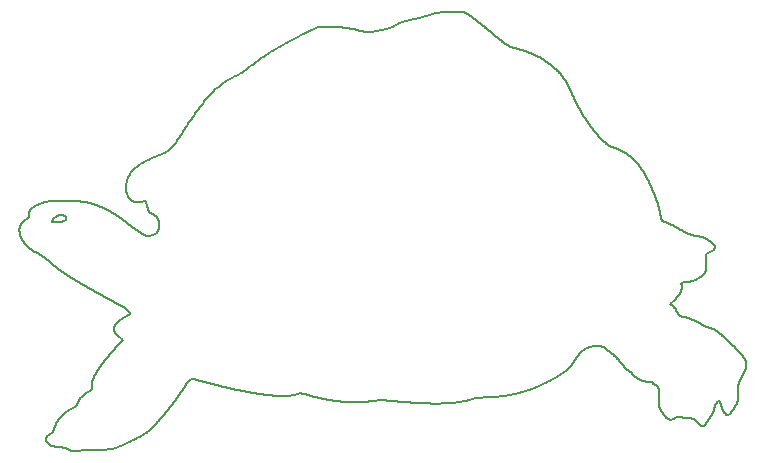
<source format=gbr>
G04 #@! TF.GenerationSoftware,KiCad,Pcbnew,5.1.2-f72e74a~84~ubuntu18.04.1*
G04 #@! TF.CreationDate,2019-06-03T15:25:35-06:00*
G04 #@! TF.ProjectId,Turtlepcb,54757274-6c65-4706-9362-2e6b69636164,rev?*
G04 #@! TF.SameCoordinates,PX7445a00PY8062360*
G04 #@! TF.FileFunction,Profile,NP*
%FSLAX46Y46*%
G04 Gerber Fmt 4.6, Leading zero omitted, Abs format (unit mm)*
G04 Created by KiCad (PCBNEW 5.1.2-f72e74a~84~ubuntu18.04.1) date 2019-06-03 15:25:35*
%MOMM*%
%LPD*%
G04 APERTURE LIST*
%ADD10C,0.200000*%
G04 APERTURE END LIST*
D10*
X60219256Y6436128D02*
X60163233Y6483930D01*
X61029470Y6959926D02*
X60986851Y6902494D01*
X61070828Y7016838D02*
X61029470Y6959926D01*
X61748069Y8412165D02*
X61686878Y8357572D01*
X61394677Y7670228D02*
X61374058Y7596826D01*
X59890923Y6738221D02*
X59834739Y6787027D01*
X60595281Y6375678D02*
X60536957Y6330906D01*
X60851226Y6719527D02*
X60803363Y6652466D01*
X60986851Y6902494D02*
X60942950Y6843786D01*
X60409261Y6315239D02*
X60341490Y6348321D01*
X60341490Y6348321D02*
X60277950Y6390739D01*
X61374058Y7596826D02*
X61349741Y7524787D01*
X59577917Y6937578D02*
X59505430Y6952574D01*
X61187529Y7191992D02*
X61149837Y7132116D01*
X61223976Y7254234D02*
X61187529Y7191992D01*
X60754138Y6581137D02*
X60703369Y6507190D01*
X61149837Y7132116D02*
X61110944Y7073983D01*
X59713492Y6875128D02*
X59647396Y6910959D01*
X61258845Y7318834D02*
X61223976Y7254234D01*
X61812674Y8429478D02*
X61748069Y8412165D01*
X59945491Y6687578D02*
X59890923Y6738221D01*
X60053619Y6584515D02*
X59999472Y6636058D01*
X61480131Y8030855D02*
X61458324Y7963425D01*
X61349741Y7524787D02*
X61322151Y7454309D01*
X60475111Y6308653D02*
X60409261Y6315239D01*
X61631364Y8288518D02*
X61583148Y8221794D01*
X60897748Y6783049D02*
X60851226Y6719527D01*
X59647396Y6910959D02*
X59577917Y6937578D01*
X59775905Y6833034D02*
X59713492Y6875128D01*
X59834739Y6787027D02*
X59775905Y6833034D01*
X60536957Y6330906D02*
X60475111Y6308653D01*
X61110944Y7073983D02*
X61070828Y7016838D01*
X61441099Y7892470D02*
X61426242Y7819148D01*
X59999472Y6636058D02*
X59945491Y6687578D01*
X60108154Y6533597D02*
X60053619Y6584515D01*
X60703369Y6507190D02*
X60650584Y6436572D01*
X61322151Y7454309D02*
X61291711Y7385592D01*
X61458324Y7963425D02*
X61441099Y7892470D01*
X61426242Y7819148D02*
X61411515Y7744666D01*
X61686878Y8357572D02*
X61631364Y8288518D01*
X60163233Y6483930D02*
X60108154Y6533597D01*
X60277950Y6390739D02*
X60219256Y6436128D01*
X61411515Y7744666D02*
X61394677Y7670228D01*
X61542129Y8158000D02*
X61507919Y8095050D01*
X61583148Y8221794D02*
X61542129Y8158000D01*
X59430947Y6958095D02*
X59355797Y6958559D01*
X60803363Y6652466D02*
X60754138Y6581137D01*
X59505430Y6952574D02*
X59430947Y6958095D01*
X61291711Y7385592D02*
X61258845Y7318834D01*
X60650584Y6436572D02*
X60595281Y6375678D01*
X60942950Y6843786D02*
X60897748Y6783049D01*
X61507919Y8095050D02*
X61480131Y8030855D01*
X63451844Y9675953D02*
X63441266Y9602182D01*
X63018558Y7691101D02*
X62975134Y7630468D01*
X63429481Y9230209D02*
X63432195Y9155478D01*
X63225073Y8003208D02*
X63185705Y7939696D01*
X63416670Y8485722D02*
X63400595Y8412657D01*
X62394484Y7328972D02*
X62335384Y7383907D01*
X63441266Y9602182D02*
X63433980Y9528138D01*
X63551341Y10035158D02*
X63525633Y9965159D01*
X61875830Y8393932D02*
X61812674Y8429478D01*
X61973405Y8194107D02*
X61949494Y8264602D01*
X62016822Y8051021D02*
X61995213Y8122709D01*
X62061601Y7908073D02*
X62038818Y7979377D01*
X62111132Y7767664D02*
X62085572Y7837404D01*
X63609960Y10172045D02*
X63579577Y10104067D01*
X62168686Y7632146D02*
X62138682Y7699148D01*
X63433980Y9528138D02*
X63429623Y9453881D01*
X63502706Y9894075D02*
X63482685Y9822067D01*
X63437167Y8633483D02*
X63428843Y8559438D01*
X63400595Y8412657D02*
X63380603Y8340585D01*
X63465691Y9749304D02*
X63451844Y9675953D01*
X63579577Y10104067D02*
X63551341Y10035158D01*
X62335384Y7383907D02*
X62284241Y7442562D01*
X62459889Y7285519D02*
X62394484Y7328972D01*
X62786238Y7403270D02*
X62730166Y7352897D01*
X63432195Y9155478D02*
X63435517Y9080722D01*
X63103259Y7814593D02*
X63061185Y7752580D01*
X63328799Y8200783D02*
X63297199Y8133486D01*
X63380603Y8340585D02*
X63356675Y8269848D01*
X63429623Y9453881D02*
X63427731Y9379449D01*
X62240232Y7503633D02*
X62202125Y7566901D01*
X63525633Y9965159D02*
X63502706Y9894075D01*
X63262431Y8067716D02*
X63225073Y8003208D01*
X63356675Y8269848D02*
X63328799Y8200783D01*
X61920266Y8333001D02*
X61875830Y8393932D01*
X62138682Y7699148D02*
X62111132Y7767664D01*
X61949494Y8264602D02*
X61920266Y8333001D01*
X62202125Y7566901D02*
X62168686Y7632146D01*
X63061185Y7752580D02*
X63018558Y7691101D01*
X62837263Y7456867D02*
X62786238Y7403270D01*
X61995213Y8122709D02*
X61973405Y8194107D01*
X63443820Y8856645D02*
X63444060Y8782117D01*
X62667509Y7306760D02*
X62599309Y7272466D01*
X63435517Y9080722D02*
X63438951Y9005977D01*
X63144907Y7876913D02*
X63103259Y7814593D01*
X63185705Y7939696D02*
X63144907Y7876913D01*
X63428843Y8559438D02*
X63416670Y8485722D01*
X63444060Y8782117D02*
X63442042Y8707719D01*
X63427731Y9379449D02*
X63427838Y9304879D01*
X62038818Y7979377D02*
X62016822Y8051021D01*
X62085572Y7837404D02*
X62061601Y7908073D01*
X62284241Y7442562D02*
X62240232Y7503633D01*
X62529037Y7263705D02*
X62459889Y7285519D01*
X62599309Y7272466D02*
X62529037Y7263705D01*
X63438951Y9005977D02*
X63441918Y8931275D01*
X62730166Y7352897D02*
X62667509Y7306760D01*
X62884903Y7512993D02*
X62837263Y7456867D01*
X63297199Y8133486D02*
X63262431Y8067716D01*
X63441918Y8931275D02*
X63443820Y8856645D01*
X63482685Y9822067D02*
X63465691Y9749304D01*
X62930664Y7570995D02*
X62884903Y7512993D01*
X62975134Y7630468D02*
X62930664Y7570995D01*
X63642101Y10239255D02*
X63609960Y10172045D01*
X63442042Y8707719D02*
X63437167Y8633483D01*
X63427838Y9304879D02*
X63429481Y9230209D01*
X64080380Y11185395D02*
X64058684Y11113422D01*
X62724731Y13419944D02*
X62778197Y13368655D01*
X64128614Y11709383D02*
X64136418Y11635425D01*
X62402070Y13728744D02*
X62456081Y13677104D01*
X63459442Y12687044D02*
X63510426Y12632298D01*
X63745189Y10437940D02*
X63710104Y10372037D01*
X63917300Y10768734D02*
X63884282Y10701962D01*
X63949087Y10836062D02*
X63917300Y10768734D01*
X64034443Y11042626D02*
X64007922Y10972884D01*
X64032507Y11985660D02*
X64065853Y11919776D01*
X63561156Y12577054D02*
X63611621Y12521278D01*
X63148781Y13006935D02*
X63201073Y12954474D01*
X63675612Y10305864D02*
X63642101Y10239255D01*
X63710104Y10372037D02*
X63675612Y10305864D01*
X63815610Y10569588D02*
X63780480Y10503738D01*
X63850298Y10635621D02*
X63815610Y10569588D01*
X64058684Y11113422D02*
X64034443Y11042626D01*
X64127183Y11408729D02*
X64115039Y11333253D01*
X63305070Y12848628D02*
X63356754Y12795176D01*
X63661812Y12464937D02*
X63711719Y12407997D01*
X62937888Y13214477D02*
X62990849Y13162869D01*
X62617507Y13522571D02*
X62671164Y13471239D01*
X64099271Y11258670D02*
X64080380Y11185395D01*
X63810637Y12292187D02*
X63859415Y12233205D01*
X64115039Y11333253D02*
X64099271Y11258670D01*
X64138417Y11560324D02*
X64135157Y11484589D01*
X62990849Y13162869D02*
X63043659Y13111099D01*
X64136418Y11635425D02*
X64138417Y11560324D01*
X63761330Y12350425D02*
X63810637Y12292187D01*
X63201073Y12954474D02*
X63253173Y12901717D01*
X62831552Y13317336D02*
X62884786Y13265954D01*
X63510426Y12632298D02*
X63561156Y12577054D01*
X62456081Y13677104D02*
X62509962Y13625483D01*
X63711719Y12407997D02*
X63761330Y12350425D01*
X62509962Y13625483D02*
X62563770Y13573975D01*
X62293386Y13831622D02*
X62347862Y13780289D01*
X62238576Y13882627D02*
X62293386Y13831622D01*
X63253173Y12901717D02*
X63305070Y12848628D01*
X64093460Y11851855D02*
X64114462Y11781688D01*
X62347862Y13780289D02*
X62402070Y13728744D01*
X63884282Y10701962D02*
X63850298Y10635621D01*
X63859415Y12233205D02*
X63906876Y12173281D01*
X62183363Y13933188D02*
X62238576Y13882627D01*
X63979382Y10904071D02*
X63949087Y10836062D01*
X64114462Y11781688D02*
X64128614Y11709383D01*
X63906876Y12173281D02*
X63952134Y12112194D01*
X62884786Y13265954D02*
X62937888Y13214477D01*
X62671164Y13471239D02*
X62724731Y13419944D01*
X64065853Y11919776D02*
X64093460Y11851855D01*
X63780480Y10503738D02*
X63745189Y10437940D01*
X63611621Y12521278D02*
X63661812Y12464937D01*
X64135157Y11484589D02*
X64127183Y11408729D01*
X63994306Y12049727D02*
X64032507Y11985660D01*
X63096306Y13059132D02*
X63148781Y13006935D01*
X63356754Y12795176D02*
X63408215Y12741325D01*
X63952134Y12112194D02*
X63994306Y12049727D01*
X63408215Y12741325D02*
X63459442Y12687044D01*
X62778197Y13368655D02*
X62831552Y13317336D01*
X63043659Y13111099D02*
X63096306Y13059132D01*
X62563770Y13573975D02*
X62617507Y13522571D01*
X62127679Y13983191D02*
X62183363Y13933188D01*
X62071454Y14032518D02*
X62127679Y13983191D01*
X64007922Y10972884D02*
X63979382Y10904071D01*
X62014621Y14081054D02*
X62071454Y14032518D01*
X51443172Y13083319D02*
X51368469Y13081295D01*
X51740756Y13075598D02*
X51666427Y13080548D01*
X51592113Y13083203D02*
X51517724Y13083989D01*
X51963268Y13041153D02*
X51889719Y13057002D01*
X52801625Y12435239D02*
X52746709Y12487054D01*
X51889719Y13057002D02*
X51815189Y13067926D01*
X52218748Y12893916D02*
X52161798Y12942834D01*
X51517724Y13083989D02*
X51443172Y13083319D01*
X52272286Y12841802D02*
X52218748Y12893916D01*
X49325303Y11446126D02*
X49277395Y11389930D01*
X50778937Y12989437D02*
X50707977Y12965100D01*
X52161798Y12942834D02*
X52100505Y12985246D01*
X52570019Y12624294D02*
X52504652Y12659466D01*
X50850779Y13010405D02*
X50778937Y12989437D01*
X52034103Y13018011D02*
X51963268Y13041153D01*
X50996617Y13043069D02*
X50923377Y13028206D01*
X51293725Y13077701D02*
X51219054Y13072310D01*
X51666427Y13080548D02*
X51592113Y13083203D01*
X52100505Y12985246D02*
X52034103Y13018011D01*
X49371678Y11503720D02*
X49325303Y11446126D01*
X51815189Y13067926D02*
X51740756Y13075598D01*
X52631653Y12582933D02*
X52570019Y12624294D01*
X49416688Y11562570D02*
X49371678Y11503720D01*
X51070386Y13055222D02*
X50996617Y13043069D01*
X49627134Y11870621D02*
X49586432Y11807649D01*
X50638094Y12937386D02*
X50569520Y12906374D01*
X50254362Y12704584D02*
X50198486Y12655431D01*
X52324426Y12788769D02*
X52272286Y12841802D01*
X50198486Y12655431D02*
X50145364Y12603596D01*
X49460500Y11622531D02*
X49416688Y11562570D01*
X50145364Y12603596D02*
X50094755Y12549343D01*
X52437520Y12691692D02*
X52378122Y12736536D01*
X49503283Y11683460D02*
X49460500Y11622531D01*
X49545205Y11745214D02*
X49503283Y11683460D01*
X49586432Y11807649D02*
X49545205Y11745214D01*
X49667478Y11933987D02*
X49627134Y11870621D01*
X49707632Y11997603D02*
X49667478Y11933987D01*
X49747764Y12061326D02*
X49707632Y11997603D01*
X51368469Y13081295D02*
X51293725Y13077701D01*
X52378122Y12736536D02*
X52324426Y12788769D01*
X52504652Y12659466D02*
X52437520Y12691692D01*
X50046388Y12492947D02*
X49999990Y12434685D01*
X49788041Y12125012D02*
X49747764Y12061326D01*
X52690301Y12536736D02*
X52631653Y12582933D01*
X49828665Y12188476D02*
X49788041Y12125012D01*
X49869900Y12251451D02*
X49828665Y12188476D01*
X49912018Y12313661D02*
X49869900Y12251451D01*
X49955291Y12374831D02*
X49912018Y12313661D01*
X49999990Y12434685D02*
X49955291Y12374831D01*
X50569520Y12906374D02*
X50502486Y12872142D01*
X53017051Y12225811D02*
X52963504Y12277950D01*
X50502486Y12872142D02*
X50437223Y12834768D01*
X50094755Y12549343D02*
X50046388Y12492947D01*
X52909742Y12330198D02*
X52855794Y12382640D01*
X51219054Y13072310D02*
X51144570Y13064893D01*
X50312930Y12750910D02*
X50254362Y12704584D01*
X50373960Y12794331D02*
X50312930Y12750910D01*
X50437223Y12834768D02*
X50373960Y12794331D01*
X50707977Y12965100D02*
X50638094Y12937386D01*
X52746709Y12487054D02*
X52690301Y12536736D01*
X50923377Y13028206D02*
X50850779Y13010405D01*
X52963504Y12277950D02*
X52909742Y12330198D01*
X51144570Y13064893D02*
X51070386Y13055222D01*
X52855794Y12382640D02*
X52801625Y12435239D01*
X54745613Y10498004D02*
X54688348Y10546077D01*
X55613076Y10073963D02*
X55539174Y10091107D01*
X55761630Y10052749D02*
X55687360Y10060951D01*
X56133898Y10069263D02*
X56056750Y10070690D01*
X56400640Y9824060D02*
X56336432Y9862205D01*
X54478030Y10757730D02*
X54429066Y10813867D01*
X56533502Y9752642D02*
X56465900Y9788521D01*
X56688393Y9602283D02*
X56651791Y9663397D01*
X56651791Y9663397D02*
X56598083Y9712405D01*
X55908554Y10053483D02*
X55835493Y10050035D01*
X56465900Y9788521D02*
X56400640Y9824060D01*
X54527547Y10702001D02*
X54478030Y10757730D01*
X53906663Y11226626D02*
X53861148Y11285595D01*
X54376749Y10867022D02*
X54319014Y10914379D01*
X54926514Y10366004D02*
X54864831Y10407931D01*
X55053689Y10288591D02*
X54989466Y10326207D01*
X56336432Y9862205D02*
X56275300Y9907001D01*
X55687360Y10060951D02*
X55613076Y10073963D01*
X55539174Y10091107D02*
X55466049Y10111705D01*
X53954949Y11169714D02*
X53906663Y11226626D01*
X54125383Y11025966D02*
X54063909Y11068033D01*
X55254042Y10189369D02*
X55185971Y10220119D01*
X54804486Y10451943D02*
X54745613Y10498004D01*
X55981352Y10062094D02*
X55908554Y10053483D01*
X56275300Y9907001D02*
X56232281Y9966046D01*
X54190235Y10989040D02*
X54125383Y11025966D01*
X54429066Y10813867D02*
X54376749Y10867022D01*
X53070351Y12173696D02*
X53017051Y12225811D01*
X53123377Y12121521D02*
X53070351Y12173696D01*
X55323409Y10161014D02*
X55254042Y10189369D01*
X53228483Y12016650D02*
X53176097Y12069200D01*
X54319014Y10914379D02*
X54256089Y10954114D01*
X54256089Y10954114D02*
X54190235Y10989040D01*
X56195256Y10031767D02*
X56133898Y10069263D01*
X54864831Y10407931D02*
X54804486Y10451943D01*
X56232281Y9966046D02*
X56195256Y10031767D01*
X56710015Y9531290D02*
X56688393Y9602283D01*
X56598083Y9712405D02*
X56533502Y9752642D01*
X53176097Y12069200D02*
X53123377Y12121521D01*
X53280503Y11963786D02*
X53228483Y12016650D01*
X53332130Y11910522D02*
X53280503Y11963786D01*
X54063909Y11068033D02*
X54007160Y11116307D01*
X53383332Y11856775D02*
X53332130Y11910522D01*
X53434078Y11802462D02*
X53383332Y11856775D01*
X53631402Y11579059D02*
X53583045Y11635852D01*
X54688348Y10546077D02*
X54632825Y10596125D01*
X54632825Y10596125D02*
X54579180Y10648112D01*
X55119189Y10253211D02*
X55053689Y10288591D01*
X53484321Y11747544D02*
X53434078Y11802462D01*
X53533997Y11692011D02*
X53484321Y11747544D01*
X55394077Y10135106D02*
X55323409Y10161014D01*
X53583045Y11635852D02*
X53533997Y11692011D01*
X53679008Y11521623D02*
X53631402Y11579059D01*
X53725798Y11463533D02*
X53679008Y11521623D01*
X55185971Y10220119D02*
X55119189Y10253211D01*
X55835493Y10050035D02*
X55761630Y10052749D01*
X53771712Y11404782D02*
X53725798Y11463533D01*
X53816688Y11345359D02*
X53771712Y11404782D01*
X53861148Y11285595D02*
X53816688Y11345359D01*
X54007160Y11116307D02*
X53954949Y11169714D01*
X55466049Y10111705D02*
X55394077Y10135106D01*
X54579180Y10648112D02*
X54527547Y10702001D01*
X54989466Y10326207D02*
X54926514Y10366004D01*
X56056750Y10070690D02*
X55981352Y10062094D01*
X59206650Y6958617D02*
X59132470Y6962538D01*
X57505162Y6936275D02*
X57441939Y6980256D01*
X57058980Y7437625D02*
X57014484Y7498093D01*
X56750596Y8184686D02*
X56744111Y8259440D01*
X59132470Y6962538D02*
X59058431Y6970568D01*
X58329098Y7113281D02*
X58257129Y7096227D01*
X57644839Y6871897D02*
X57573417Y6899176D01*
X56744111Y8259440D02*
X56739851Y8334255D01*
X56759687Y8110074D02*
X56750596Y8184686D01*
X56787329Y7962320D02*
X56771785Y8035806D01*
X56771785Y8035806D02*
X56759687Y8110074D01*
X56892576Y7685213D02*
X56859066Y7751144D01*
X59058431Y6970568D02*
X58984688Y6982077D01*
X57147982Y7316632D02*
X57103775Y7377283D01*
X58552083Y7094642D02*
X58479155Y7110144D01*
X58404256Y7117233D02*
X58329098Y7113281D01*
X58984688Y6982077D02*
X58911408Y6996331D01*
X57331667Y7081846D02*
X57282675Y7137785D01*
X59281024Y6957946D02*
X59206650Y6958617D01*
X57103775Y7377283D02*
X57058980Y7437625D01*
X57860025Y6875519D02*
X57789614Y6858572D01*
X57928768Y6904664D02*
X57860025Y6875519D01*
X58190104Y7065988D02*
X58125816Y7026984D01*
X59355797Y6958559D02*
X59281024Y6957946D01*
X58061559Y6984236D02*
X57995921Y6942179D01*
X56721462Y9454429D02*
X56710015Y9531290D01*
X56930302Y7621391D02*
X56892576Y7685213D01*
X56727540Y9375711D02*
X56721462Y9454429D01*
X56736626Y8558304D02*
X56737470Y8632597D01*
X56731975Y9298167D02*
X56727540Y9375711D01*
X56737908Y9147041D02*
X56735401Y9222031D01*
X56740515Y8853318D02*
X56740799Y8926337D01*
X57014484Y7498093D02*
X56971264Y7559183D01*
X56740518Y8999456D02*
X56739584Y9072937D01*
X58694982Y7052038D02*
X58623736Y7074122D01*
X56739757Y8780137D02*
X56740515Y8853318D01*
X56738640Y8706567D02*
X56739757Y8780137D01*
X56739851Y8334255D02*
X56737437Y8409056D01*
X56806761Y7890074D02*
X56787329Y7962320D01*
X56971264Y7559183D02*
X56930302Y7621391D01*
X56830526Y7819529D02*
X56806761Y7890074D01*
X56859066Y7751144D02*
X56830526Y7819529D01*
X57441939Y6980256D02*
X57384413Y7029071D01*
X57282675Y7137785D02*
X57236414Y7196092D01*
X57573417Y6899176D02*
X57505162Y6936275D01*
X57995921Y6942179D02*
X57928768Y6904664D01*
X58623736Y7074122D02*
X58552083Y7094642D01*
X58838707Y7012786D02*
X58766575Y7031361D01*
X58766575Y7031361D02*
X58694982Y7052038D01*
X57191858Y7255973D02*
X57147982Y7316632D01*
X57236414Y7196092D02*
X57191858Y7255973D01*
X56735401Y9222031D02*
X56731975Y9298167D01*
X56739584Y9072937D02*
X56737908Y9147041D01*
X56740799Y8926337D02*
X56740518Y8999456D01*
X56737470Y8632597D02*
X56738640Y8706567D01*
X56736489Y8483765D02*
X56736626Y8558304D01*
X57717530Y6857398D02*
X57644839Y6871897D01*
X58911408Y6996331D02*
X58838707Y7012786D01*
X56737437Y8409056D02*
X56736489Y8483765D01*
X57789614Y6858572D02*
X57717530Y6857398D01*
X57384413Y7029071D02*
X57331667Y7081846D01*
X58257129Y7096227D02*
X58190104Y7065988D01*
X58125816Y7026984D02*
X58061559Y6984236D01*
X58479155Y7110144D02*
X58404256Y7117233D01*
X60728759Y19492078D02*
X60716715Y19454164D01*
X60754198Y19609301D02*
X60747369Y19569846D01*
X60599694Y19251223D02*
X60573320Y19221781D01*
X60299508Y18988231D02*
X60267672Y18964526D01*
X60768490Y19807002D02*
X60767919Y19767495D01*
X59453443Y18573144D02*
X59415557Y18562477D01*
X59679409Y18646489D02*
X59642056Y18633061D01*
X59566892Y18607705D02*
X59529140Y18595740D01*
X59753510Y18674935D02*
X59716570Y18660441D01*
X59862707Y18721854D02*
X59826608Y18705623D01*
X60486751Y19138934D02*
X60456203Y19112748D01*
X59933857Y18756180D02*
X59898466Y18738700D01*
X60362639Y19036896D02*
X60331155Y19012363D01*
X60516612Y19165755D02*
X60486751Y19138934D01*
X60765003Y19925445D02*
X60766928Y19885976D01*
X60759386Y20004356D02*
X60762455Y19964904D01*
X60752106Y20083241D02*
X60755902Y20043801D01*
X59968850Y18774311D02*
X59933857Y18756180D01*
X60425202Y19087078D02*
X60393981Y19061809D01*
X59491314Y18584225D02*
X59453443Y18573144D01*
X60668046Y19346704D02*
X60647293Y19313566D01*
X59790199Y18689990D02*
X59753510Y18674935D01*
X59529140Y18595740D02*
X59491314Y18584225D01*
X59604540Y18620139D02*
X59566892Y18607705D01*
X59642056Y18633061D02*
X59604540Y18620139D01*
X60104862Y18853233D02*
X60071410Y18832588D01*
X60766928Y19885976D02*
X60768125Y19846495D01*
X60235626Y18941271D02*
X60203345Y18918491D01*
X60716715Y19454164D02*
X60702669Y19417164D01*
X59716570Y18660441D02*
X59679409Y18646489D01*
X59826608Y18705623D02*
X59790199Y18689990D01*
X59898466Y18738700D02*
X59862707Y18721854D01*
X60738933Y19530705D02*
X60728759Y19492078D01*
X60702669Y19417164D02*
X60686490Y19381278D01*
X60647293Y19313566D02*
X60624430Y19281779D01*
X60456203Y19112748D02*
X60425202Y19087078D01*
X60203345Y18918491D02*
X60170807Y18896208D01*
X60071410Y18832588D02*
X60037606Y18812537D01*
X60137987Y18874448D02*
X60104862Y18853233D01*
X60267672Y18964526D02*
X60235626Y18941271D01*
X60763555Y19688431D02*
X60759553Y19648871D01*
X60767919Y19767495D02*
X60766309Y19727972D01*
X60686490Y19381278D02*
X60668046Y19346704D01*
X60768125Y19846495D02*
X60768490Y19807002D01*
X60762455Y19964904D02*
X60765003Y19925445D01*
X60393981Y19061809D02*
X60362639Y19036896D01*
X60003427Y18793103D02*
X59968850Y18774311D01*
X60624430Y19281779D02*
X60599694Y19251223D01*
X60766309Y19727972D02*
X60763555Y19688431D01*
X60037606Y18812537D02*
X60003427Y18793103D01*
X60170807Y18896208D02*
X60137987Y18874448D01*
X60331155Y19012363D02*
X60299508Y18988231D01*
X60755902Y20043801D02*
X60759386Y20004356D01*
X60759553Y19648871D02*
X60754198Y19609301D01*
X60545547Y19193331D02*
X60516612Y19165755D01*
X60573320Y19221781D02*
X60545547Y19193331D01*
X60747369Y19569846D02*
X60738933Y19530705D01*
X58151896Y16226649D02*
X58191026Y16163028D01*
X58328091Y15898861D02*
X58364008Y15833536D01*
X60241696Y15001717D02*
X60306490Y14965274D01*
X60176387Y15037289D02*
X60241696Y15001717D01*
X59843699Y15205437D02*
X59910906Y15172782D01*
X59081969Y15507673D02*
X59153762Y15488794D01*
X59910906Y15172782D02*
X59977824Y15139736D01*
X58508093Y15663885D02*
X58575302Y15631460D01*
X58790738Y15569135D02*
X58863651Y15553721D01*
X61957112Y14128684D02*
X62014621Y14081054D01*
X61718941Y14307819D02*
X61779841Y14264974D01*
X61330636Y14529790D02*
X61398108Y14497494D01*
X58404127Y15769608D02*
X58451059Y15710771D01*
X60979820Y14657964D02*
X61051567Y14637076D01*
X60907411Y14676318D02*
X60979820Y14657964D01*
X60498364Y14851311D02*
X60562736Y14813565D01*
X58261237Y16031510D02*
X58294447Y15965007D01*
X60306490Y14965274D02*
X60370725Y14927866D01*
X59572418Y15332424D02*
X59640650Y15301516D01*
X59640650Y15301516D02*
X59708576Y15269890D01*
X58575302Y15631460D02*
X58646284Y15606858D01*
X58451059Y15710771D02*
X58508093Y15663885D01*
X58718194Y15586470D02*
X58790738Y15569135D01*
X60370725Y14927866D02*
X60434528Y14889655D01*
X58364008Y15833536D02*
X58404127Y15769608D01*
X61898858Y14175291D02*
X61957112Y14128684D01*
X61839790Y14220760D02*
X61898858Y14175291D01*
X61779841Y14264974D02*
X61839790Y14220760D01*
X61657023Y14349178D02*
X61718941Y14307819D01*
X61594019Y14388935D02*
X61657023Y14349178D01*
X61529860Y14426974D02*
X61594019Y14388935D01*
X61464538Y14463192D02*
X61529860Y14426974D01*
X61398108Y14497494D02*
X61464538Y14463192D01*
X61192812Y14587996D02*
X61262183Y14559988D01*
X61122586Y14613723D02*
X61192812Y14587996D01*
X58062596Y16346115D02*
X58109177Y16287912D01*
X60434528Y14889655D02*
X60498364Y14851311D01*
X59977824Y15139736D02*
X60044406Y15106202D01*
X59009531Y15524123D02*
X59081969Y15507673D01*
X58863651Y15553721D02*
X58936670Y15539095D01*
X58646284Y15606858D02*
X58718194Y15586470D01*
X60763859Y14715550D02*
X60834929Y14693881D01*
X59776246Y15237797D02*
X59843699Y15205437D01*
X58011946Y16400628D02*
X58062596Y16346115D01*
X60562736Y14813565D02*
X60628142Y14777227D01*
X59365378Y15418341D02*
X59434833Y15391087D01*
X59503829Y15362364D02*
X59572418Y15332424D01*
X61262183Y14559988D02*
X61330636Y14529790D01*
X60834929Y14693881D02*
X60907411Y14676318D01*
X60044406Y15106202D02*
X60110609Y15072085D01*
X58191026Y16163028D02*
X58227126Y16097749D01*
X61051567Y14637076D02*
X61122586Y14613723D01*
X59224894Y15467445D02*
X59295416Y15443877D01*
X58936670Y15539095D02*
X59009531Y15524123D01*
X58227126Y16097749D02*
X58261237Y16031510D01*
X58294447Y15965007D02*
X58328091Y15898861D01*
X60695039Y14743883D02*
X60763859Y14715550D01*
X60628142Y14777227D02*
X60695039Y14743883D01*
X59295416Y15443877D02*
X59365378Y15418341D01*
X58109177Y16287912D02*
X58151896Y16226649D01*
X60110609Y15072085D02*
X60176387Y15037289D01*
X59153762Y15488794D02*
X59224894Y15467445D01*
X59708576Y15269890D02*
X59776246Y15237797D01*
X59434833Y15391087D02*
X59503829Y15362364D01*
X59148719Y18502024D02*
X59109904Y18496115D01*
X58689982Y18201985D02*
X58694816Y18162022D01*
X59225627Y18516186D02*
X59187280Y18508734D01*
X58627342Y17773380D02*
X58612650Y17736491D01*
X59377679Y18552213D02*
X59339787Y18542393D01*
X58121949Y17072697D02*
X58093889Y17044685D01*
X58205338Y17157384D02*
X58177724Y17129006D01*
X58312822Y17273339D02*
X58286496Y17243903D01*
X58910631Y18480675D02*
X58869457Y18480826D01*
X58436765Y17426830D02*
X58413166Y17395155D01*
X58682273Y18241965D02*
X58689982Y18201985D01*
X59031355Y18486938D02*
X58991540Y18483791D01*
X58682861Y18434098D02*
X58663565Y18398671D01*
X58523774Y17559194D02*
X58503218Y17525269D01*
X58640905Y17810711D02*
X58627342Y17773380D01*
X58664471Y17886638D02*
X58653296Y17848469D01*
X59187280Y18508734D02*
X59148719Y18502024D01*
X58674321Y17925192D02*
X58664471Y17886638D01*
X58694816Y18162022D02*
X58696968Y18122124D01*
X58712091Y18461601D02*
X58682861Y18434098D01*
X58786535Y18482186D02*
X58747387Y18476820D01*
X59070796Y18491066D02*
X59031355Y18486938D01*
X58682656Y17964084D02*
X58674321Y17925192D01*
X58747387Y18476820D02*
X58712091Y18461601D01*
X59109904Y18496115D02*
X59070796Y18491066D01*
X57958020Y16452014D02*
X58011946Y16400628D01*
X57902444Y16501823D02*
X57958020Y16452014D01*
X58177724Y17129006D02*
X58149911Y17100790D01*
X58689284Y18003269D02*
X58682656Y17964084D01*
X58869457Y18480826D02*
X58827795Y18482085D01*
X57667099Y16666668D02*
X57902444Y16501823D01*
X58065779Y17016713D02*
X57667099Y16666668D01*
X58388923Y17364009D02*
X58364085Y17333352D01*
X58562235Y17628623D02*
X58543461Y17593651D01*
X58580053Y17664098D02*
X58562235Y17628623D01*
X58663565Y18398671D02*
X58657475Y18360586D01*
X58696968Y18122124D02*
X58696634Y18082335D01*
X59301841Y18533075D02*
X59263801Y18524319D01*
X58661895Y18321549D02*
X58671823Y18281898D01*
X58232705Y17185966D02*
X58205338Y17157384D01*
X58259774Y17214792D02*
X58232705Y17185966D01*
X59415557Y18562477D02*
X59377679Y18552213D01*
X58991540Y18483791D02*
X58951312Y18481683D01*
X58286496Y17243903D02*
X58259774Y17214792D01*
X58653296Y17848469D02*
X58640905Y17810711D01*
X58364085Y17333352D02*
X58338701Y17303142D01*
X58657475Y18360586D02*
X58661895Y18321549D01*
X59263801Y18524319D02*
X59225627Y18516186D01*
X58413166Y17395155D02*
X58388923Y17364009D01*
X59339787Y18542393D02*
X59301841Y18533075D01*
X58694008Y18042701D02*
X58689284Y18003269D01*
X58338701Y17303142D02*
X58312822Y17273339D01*
X58459670Y17459073D02*
X58436765Y17426830D01*
X58481835Y17491890D02*
X58459670Y17459073D01*
X58503218Y17525269D02*
X58481835Y17491890D01*
X58612650Y17736491D02*
X58596873Y17700058D01*
X58696634Y18082335D02*
X58694008Y18042701D01*
X58093889Y17044685D02*
X58065779Y17016713D01*
X58149911Y17100790D02*
X58121949Y17072697D01*
X58543461Y17593651D02*
X58523774Y17559194D01*
X58596873Y17700058D02*
X58580053Y17664098D01*
X58671823Y18281898D02*
X58682273Y18241965D01*
X58951312Y18481683D02*
X58910631Y18480675D01*
X58827795Y18482085D02*
X58786535Y18482186D01*
X10619625Y14670314D02*
X10642147Y14729227D01*
X10596257Y14549701D02*
X10603855Y14610373D01*
X10723362Y14207640D02*
X10687578Y14258271D01*
X10762485Y14159553D02*
X10723362Y14207640D01*
X10349846Y12506335D02*
X10383436Y12544923D01*
X10484553Y12660453D02*
X10518353Y12698899D01*
X10984024Y13943758D02*
X10937891Y13985108D01*
X10847448Y14069618D02*
X10804053Y14113682D01*
X10383436Y12544923D02*
X10417088Y12583469D01*
X10653861Y12852476D02*
X10687784Y12890839D01*
X10282875Y12429019D02*
X10316323Y12467702D01*
X10619950Y12814105D02*
X10653861Y12852476D01*
X10518353Y12698899D02*
X10552190Y12737320D01*
X10552190Y12737320D02*
X10586058Y12775721D01*
X10316323Y12467702D02*
X10349846Y12506335D01*
X10848634Y15047234D02*
X10889210Y15093813D01*
X10736013Y14896829D02*
X10771974Y14948853D01*
X11160283Y15343414D02*
X11209621Y15380579D01*
X10629730Y14368426D02*
X10609901Y14427776D01*
X10656054Y14311770D02*
X10629730Y14368426D01*
X10892213Y14026911D02*
X10847448Y14069618D01*
X11112081Y15304981D02*
X11160283Y15343414D01*
X10609901Y14427776D02*
X10598226Y14488605D01*
X10701753Y14842779D02*
X10736013Y14896829D01*
X11065037Y15265313D02*
X11112081Y15304981D01*
X10598226Y14488605D02*
X10596257Y14549701D01*
X10937891Y13985108D02*
X10892213Y14026911D01*
X11019176Y15224439D02*
X11065037Y15265313D01*
X10974543Y15182304D02*
X11019176Y15224439D01*
X10931200Y15138800D02*
X10974543Y15182304D01*
X10603855Y14610373D02*
X10619625Y14670314D01*
X10687578Y14258271D02*
X10656054Y14311770D01*
X10889210Y15093813D02*
X10931200Y15138800D01*
X10450796Y12621977D02*
X10484553Y12660453D01*
X10809535Y14998951D02*
X10848634Y15047234D01*
X10771974Y14948853D02*
X10809535Y14998951D01*
X10669997Y14786815D02*
X10701753Y14842779D01*
X10642147Y14729227D02*
X10669997Y14786815D01*
X10687784Y12890839D02*
X10721714Y12929198D01*
X10417088Y12583469D02*
X10450796Y12621977D01*
X10249507Y12390281D02*
X10282875Y12429019D01*
X10804053Y14113682D02*
X10762485Y14159553D01*
X11371794Y13624133D02*
X10984024Y13943758D01*
X10216225Y12351486D02*
X10249507Y12390281D01*
X10721714Y12929198D02*
X11371794Y13624133D01*
X10586058Y12775721D02*
X10619950Y12814105D01*
X8771669Y10132638D02*
X8787991Y10181662D01*
X8743925Y10033590D02*
X8756925Y10083281D01*
X8712625Y9831463D02*
X8717016Y9882501D01*
X8719014Y9522662D02*
X8722738Y9572813D01*
X8682023Y9429019D02*
X8705581Y9474470D01*
X8717016Y9882501D02*
X8723806Y9933201D01*
X8614078Y9349892D02*
X8650702Y9387197D01*
X8732830Y9983564D02*
X8743925Y10033590D01*
X8715414Y9676320D02*
X8711691Y9728368D01*
X8705581Y9474470D02*
X8719014Y9522662D01*
X8650702Y9387197D02*
X8682023Y9429019D01*
X8723806Y9933201D02*
X8732830Y9983564D01*
X8805727Y10230353D02*
X8824714Y10278713D01*
X8720300Y9624253D02*
X8715414Y9676320D01*
X8787991Y10181662D02*
X8805727Y10230353D01*
X8865786Y10374443D02*
X8887542Y10421814D01*
X8844789Y10326742D02*
X8865786Y10374443D01*
X8824714Y10278713D02*
X8844789Y10326742D01*
X8710795Y9780085D02*
X8712625Y9831463D01*
X8756925Y10083281D02*
X8771669Y10132638D01*
X8711691Y9728368D02*
X8710795Y9780085D01*
X8722738Y9572813D02*
X8720300Y9624253D01*
X8574154Y9317417D02*
X8614078Y9349892D01*
X8023944Y8947881D02*
X8063471Y8980788D01*
X8143850Y9044326D02*
X8184785Y9074858D01*
X8268353Y9133202D02*
X8311068Y9160915D01*
X8226273Y9104500D02*
X8268353Y9133202D01*
X7833962Y8772662D02*
X7870389Y8809296D01*
X8103425Y9012952D02*
X8143850Y9044326D01*
X7946042Y8880024D02*
X7984805Y8914281D01*
X7765068Y8696442D02*
X7798778Y8735071D01*
X7675110Y8573499D02*
X7703002Y8615738D01*
X7703002Y8615738D02*
X7733066Y8656691D01*
X7733066Y8656691D02*
X7765068Y8696442D01*
X7870389Y8809296D02*
X7907827Y8845056D01*
X7798778Y8735071D02*
X7833962Y8772662D01*
X8063471Y8980788D02*
X8103425Y9012952D01*
X8531862Y9288736D02*
X8574154Y9317417D01*
X8487981Y9262622D02*
X8531862Y9288736D01*
X8443290Y9237844D02*
X8487981Y9262622D01*
X8398566Y9213174D02*
X8443290Y9237844D01*
X7984805Y8914281D02*
X8023944Y8947881D01*
X8354459Y9187588D02*
X8398566Y9213174D01*
X8184785Y9074858D02*
X8226273Y9104500D01*
X8311068Y9160915D02*
X8354459Y9187588D01*
X7907827Y8845056D02*
X7946042Y8880024D01*
X7605543Y8438790D02*
X7626545Y8484934D01*
X7500003Y8148655D02*
X7518179Y8196853D01*
X7586231Y8391647D02*
X7605543Y8438790D01*
X7551151Y8295107D02*
X7568228Y8343691D01*
X7534619Y8246082D02*
X7551151Y8295107D01*
X7518179Y8196853D02*
X7534619Y8246082D01*
X6965526Y7774758D02*
X7010185Y7799178D01*
X6921064Y7749815D02*
X6965526Y7774758D01*
X7477026Y8103621D02*
X7500003Y8148655D01*
X7409854Y8028304D02*
X7446710Y8063571D01*
X7145042Y7869665D02*
X7190109Y7892991D01*
X7324581Y7968379D02*
X7368473Y7996886D01*
X7235107Y7916926D02*
X7279957Y7941909D01*
X7368473Y7996886D02*
X7409854Y8028304D01*
X7446710Y8063571D02*
X7477026Y8103621D01*
X7649618Y8529894D02*
X7675110Y8573499D01*
X7190109Y7892991D02*
X7235107Y7916926D01*
X7055015Y7823087D02*
X7099985Y7846507D01*
X7626545Y8484934D02*
X7649618Y8529894D01*
X7099985Y7846507D02*
X7145042Y7869665D01*
X7279957Y7941909D02*
X7324581Y7968379D01*
X7010185Y7799178D02*
X7055015Y7823087D01*
X7568228Y8343691D02*
X7586231Y8391647D01*
X6335123Y7338631D02*
X6373875Y7372191D01*
X6702711Y7616804D02*
X6745761Y7644554D01*
X6660029Y7588454D02*
X6702711Y7616804D01*
X6617741Y7559494D02*
X6660029Y7588454D01*
X6534462Y7499687D02*
X6575876Y7529909D01*
X6373875Y7372191D02*
X6413208Y7405075D01*
X6413208Y7405075D02*
X6453100Y7437283D01*
X6081839Y7085151D02*
X6115950Y7123326D01*
X6876829Y7724335D02*
X6921064Y7749815D01*
X6015874Y7006871D02*
X6048473Y7046332D01*
X6832848Y7698307D02*
X6876829Y7724335D01*
X6789149Y7671717D02*
X6832848Y7698307D01*
X6745761Y7644554D02*
X6789149Y7671717D01*
X6186328Y7197727D02*
X6222553Y7233946D01*
X6150787Y7160852D02*
X6186328Y7197727D01*
X6575876Y7529909D02*
X6617741Y7559494D01*
X6259441Y7269505D02*
X6296971Y7304402D01*
X6222553Y7233946D02*
X6259441Y7269505D01*
X6115950Y7123326D02*
X6150787Y7160852D01*
X6048473Y7046332D02*
X6081839Y7085151D01*
X6493527Y7468816D02*
X6534462Y7499687D01*
X6296971Y7304402D02*
X6335123Y7338631D01*
X6453100Y7437283D02*
X6493527Y7468816D01*
X5760211Y6624024D02*
X5785066Y6668846D01*
X5736291Y6578705D02*
X5760211Y6624024D01*
X5670271Y6440000D02*
X5691307Y6486670D01*
X5547488Y6104390D02*
X5563893Y6152703D01*
X5650222Y6392928D02*
X5670271Y6440000D01*
X5511117Y6008900D02*
X5530095Y6056393D01*
X5922885Y6884682D02*
X5953060Y6926043D01*
X5631175Y6345475D02*
X5650222Y6392928D01*
X5893560Y6842696D02*
X5922885Y6884682D01*
X5837525Y6756906D02*
X5865102Y6800096D01*
X5810842Y6713148D02*
X5837525Y6756906D01*
X5530095Y6056393D02*
X5547488Y6104390D01*
X5489974Y5962112D02*
X5511117Y6008900D01*
X5691307Y6486670D02*
X5713318Y6532913D01*
X5613144Y6297666D02*
X5631175Y6345475D01*
X5596134Y6249525D02*
X5613144Y6297666D01*
X5984063Y6966774D02*
X6015874Y7006871D01*
X5953060Y6926043D02*
X5984063Y6966774D01*
X5865102Y6800096D02*
X5893560Y6842696D01*
X5713318Y6532913D02*
X5736291Y6578705D01*
X5579909Y6201144D02*
X5596134Y6249525D01*
X5563893Y6152703D02*
X5579909Y6201144D01*
X5785066Y6668846D02*
X5810842Y6713148D01*
X5410845Y5830246D02*
X5440014Y5872289D01*
X4848373Y5259498D02*
X4860004Y5310957D01*
X5378652Y5790780D02*
X5410845Y5830246D01*
X5343342Y5754264D02*
X5378652Y5790780D01*
X5089387Y5576791D02*
X5133720Y5604272D01*
X5305221Y5720482D02*
X5343342Y5754264D01*
X5178299Y5631577D02*
X5222235Y5659571D01*
X5222235Y5659571D02*
X5264711Y5689048D01*
X5046190Y5548268D02*
X5089387Y5576791D01*
X4966758Y5484629D02*
X5005018Y5517835D01*
X4860004Y5310957D02*
X4878242Y5360408D01*
X4878242Y5360408D02*
X4902533Y5406431D01*
X5133720Y5604272D02*
X5178299Y5631577D01*
X4876982Y5060205D02*
X4858421Y5107087D01*
X4847133Y5156237D02*
X4843898Y5207452D01*
X4858421Y5107087D02*
X4847133Y5156237D01*
X5005018Y5517835D02*
X5046190Y5548268D01*
X4932300Y5447781D02*
X4966758Y5484629D01*
X4902533Y5406431D02*
X4932300Y5447781D01*
X4843898Y5207452D02*
X4848373Y5259498D01*
X5466332Y5916410D02*
X5489974Y5962112D01*
X5264711Y5689048D02*
X5305221Y5720482D01*
X5440014Y5872289D02*
X5466332Y5916410D01*
X5038100Y4854774D02*
X5000652Y4892478D01*
X5076075Y4818547D02*
X5038100Y4854774D01*
X5114639Y4784024D02*
X5076075Y4818547D01*
X5326886Y4647336D02*
X5281002Y4669036D01*
X5236977Y4693714D02*
X5194778Y4721304D01*
X5281002Y4669036D02*
X5236977Y4693714D01*
X5472591Y4597897D02*
X5423003Y4611999D01*
X5573226Y4575667D02*
X5522770Y4585863D01*
X5623805Y4567062D02*
X5573226Y4575667D01*
X5674474Y4559798D02*
X5623805Y4567062D01*
X5877525Y4539084D02*
X5826760Y4543517D01*
X5194778Y4721304D02*
X5154103Y4751508D01*
X5374327Y4628401D02*
X5326886Y4647336D01*
X5826760Y4543517D02*
X5775979Y4548279D01*
X5423003Y4611999D02*
X5374327Y4628401D01*
X4901650Y5015448D02*
X4876982Y5060205D01*
X4931262Y4972670D02*
X4901650Y5015448D01*
X5154103Y4751508D02*
X5114639Y4784024D01*
X4964650Y4931729D02*
X4931262Y4972670D01*
X5775979Y4548279D02*
X5725208Y4553621D01*
X5000652Y4892478D02*
X4964650Y4931729D01*
X5725208Y4553621D02*
X5674474Y4559798D01*
X5522770Y4585863D02*
X5472591Y4597897D01*
X10116958Y12234708D02*
X10149944Y12273703D01*
X10084083Y12195638D02*
X10116958Y12234708D01*
X10051325Y12156489D02*
X10084083Y12195638D01*
X10018690Y12117257D02*
X10051325Y12156489D01*
X9128159Y10878367D02*
X9154132Y10922454D01*
X9986185Y12077937D02*
X10018690Y12117257D01*
X9825818Y11879883D02*
X9857583Y11919702D01*
X9669612Y11679020D02*
X9700483Y11719442D01*
X9638938Y11638465D02*
X9669612Y11679020D01*
X9372835Y11266501D02*
X9401435Y11308534D01*
X9288649Y11139177D02*
X9316435Y11181830D01*
X9233939Y11053201D02*
X9261148Y11096303D01*
X9052223Y10744496D02*
X9077198Y10789396D01*
X9548164Y11515953D02*
X9578208Y11556938D01*
X9794219Y11839951D02*
X9825818Y11879883D01*
X9608468Y11597773D02*
X9638938Y11638465D01*
X9953816Y12038526D02*
X9986185Y12077937D01*
X9921588Y11999019D02*
X9953816Y12038526D01*
X9518344Y11474811D02*
X9548164Y11515953D01*
X9762793Y11799904D02*
X9794219Y11839951D01*
X8887542Y10421814D02*
X8909893Y10468859D01*
X9857583Y11919702D02*
X9889509Y11959412D01*
X8979406Y10608058D02*
X9003320Y10653834D01*
X9889509Y11959412D02*
X9921588Y11999019D01*
X9261148Y11096303D02*
X9288649Y11139177D01*
X9077198Y10789396D02*
X9102512Y10834017D01*
X8932685Y10515577D02*
X8955859Y10561974D01*
X8909893Y10468859D02*
X8932685Y10515577D01*
X9731546Y11759736D02*
X9762793Y11799904D01*
X9459401Y11392029D02*
X9488754Y11433506D01*
X9700483Y11719442D02*
X9731546Y11759736D01*
X9488754Y11433506D02*
X9518344Y11474811D01*
X9401435Y11308534D02*
X9430293Y11350374D01*
X9316435Y11181830D02*
X9344499Y11224269D01*
X9003320Y10653834D02*
X9027595Y10699312D01*
X9430293Y11350374D02*
X9459401Y11392029D01*
X9102512Y10834017D02*
X9128159Y10878367D01*
X10183035Y12312628D02*
X10216225Y12351486D01*
X10149944Y12273703D02*
X10183035Y12312628D01*
X9578208Y11556938D02*
X9608468Y11597773D01*
X9207029Y11009863D02*
X9233939Y11053201D01*
X9027595Y10699312D02*
X9052223Y10744496D01*
X8955859Y10561974D02*
X8979406Y10608058D01*
X9344499Y11224269D02*
X9372835Y11266501D01*
X9180424Y10966283D02*
X9207029Y11009863D01*
X9154132Y10922454D02*
X9180424Y10966283D01*
X40717299Y41096720D02*
X40783107Y41048735D01*
X40513218Y41228335D02*
X40582739Y41187549D01*
X37644895Y41231075D02*
X37723049Y41250949D01*
X39246209Y41388493D02*
X39326766Y41390410D01*
X38359629Y41355133D02*
X38440090Y41361740D01*
X40133670Y41356307D02*
X40213287Y41340662D01*
X39891291Y41384072D02*
X39972208Y41377331D01*
X39487870Y41393382D02*
X39568449Y41393936D01*
X37801537Y41269424D02*
X37880400Y41286298D01*
X39165631Y41386624D02*
X39246209Y41388493D01*
X38118987Y41327317D02*
X38199032Y41337979D01*
X37880400Y41286298D02*
X37959626Y41301534D01*
X41425480Y40561014D02*
X41488704Y40510991D01*
X39972208Y41377331D02*
X40053143Y41368292D01*
X40913467Y40952073D02*
X40978227Y40903780D01*
X40582739Y41187549D02*
X40650638Y41143334D01*
X40213287Y41340662D02*
X40291492Y41320640D01*
X40291492Y41320640D02*
X40367784Y41295526D01*
X38279261Y41347232D02*
X38359629Y41355133D01*
X40367784Y41295526D02*
X40441691Y41264664D01*
X41362116Y40610783D02*
X41425480Y40561014D01*
X37180355Y41094473D02*
X37257491Y41118232D01*
X39326766Y41390410D02*
X39407314Y41392124D01*
X40848435Y41000375D02*
X40913467Y40952073D01*
X38762423Y41377761D02*
X38843074Y41379979D01*
X41171061Y40758333D02*
X41234920Y40709452D01*
X38520612Y41367146D02*
X38601182Y41371509D01*
X40783107Y41048735D02*
X40848435Y41000375D01*
X37334679Y41141879D02*
X37411967Y41165202D01*
X40441691Y41264664D02*
X40513218Y41228335D01*
X39729734Y41391921D02*
X39810471Y41388851D01*
X39649065Y41393532D02*
X39729734Y41391921D01*
X37959626Y41301534D02*
X38039170Y41315187D01*
X37411967Y41165202D02*
X37489401Y41187986D01*
X39407314Y41392124D02*
X39487870Y41393382D01*
X39085019Y41384968D02*
X39165631Y41386624D01*
X40650638Y41143334D02*
X40717299Y41096720D01*
X39004382Y41383419D02*
X39085019Y41384968D01*
X39810471Y41388851D02*
X39891291Y41384072D01*
X38923730Y41381810D02*
X39004382Y41383419D01*
X38843074Y41379979D02*
X38923730Y41381810D01*
X38440090Y41361740D02*
X38520612Y41367146D01*
X39568449Y41393936D02*
X39649065Y41393532D01*
X37257491Y41118232D02*
X37334679Y41141879D01*
X38039170Y41315187D02*
X38118987Y41327317D01*
X37723049Y41250949D02*
X37801537Y41269424D01*
X40053143Y41368292D02*
X40133670Y41356307D01*
X37567028Y41210016D02*
X37644895Y41231075D01*
X37489401Y41187986D02*
X37567028Y41210016D01*
X41298600Y40660272D02*
X41362116Y40610783D01*
X38681789Y41374993D02*
X38762423Y41377761D01*
X38601182Y41371509D02*
X38681789Y41374993D01*
X38199032Y41337979D02*
X38279261Y41347232D01*
X41234920Y40709452D02*
X41298600Y40660272D01*
X41107005Y40806973D02*
X41171061Y40758333D01*
X41042733Y40855434D02*
X41107005Y40806973D01*
X40978227Y40903780D02*
X41042733Y40855434D01*
X35696779Y40714162D02*
X35775501Y40731525D01*
X36248986Y40831487D02*
X36327498Y40849992D01*
X35933293Y40764808D02*
X36012314Y40780997D01*
X36170241Y40814002D02*
X36248986Y40831487D01*
X36091323Y40797283D02*
X36170241Y40814002D01*
X35305070Y40617823D02*
X35383146Y40638550D01*
X33115119Y39835534D02*
X33194250Y39850969D01*
X35854341Y40748386D02*
X35933293Y40764808D01*
X34694353Y40407835D02*
X34768180Y40440105D01*
X35618178Y40696240D02*
X35696779Y40714162D01*
X35539704Y40677701D02*
X35618178Y40696240D01*
X35461358Y40658490D02*
X35539704Y40677701D01*
X35383146Y40638550D02*
X35461358Y40658490D01*
X35227136Y40596252D02*
X35305070Y40617823D01*
X33824886Y39988613D02*
X33902383Y40011347D01*
X33667923Y39949578D02*
X33746594Y39968312D01*
X33510274Y39914773D02*
X33589138Y39931798D01*
X32956612Y39805233D02*
X33035912Y39820283D01*
X32877201Y39790397D02*
X32956612Y39805233D01*
X35071982Y40550056D02*
X35149398Y40573725D01*
X34126343Y40101858D02*
X34198040Y40139076D01*
X34550065Y40336391D02*
X34621638Y40373267D01*
X33978672Y40037384D02*
X34053345Y40067572D01*
X33746594Y39968312D02*
X33824886Y39988613D01*
X33352354Y39882322D02*
X33431342Y39898336D01*
X32718969Y39757952D02*
X32797839Y39775171D01*
X32564571Y39710796D02*
X32641060Y39737044D01*
X33035912Y39820283D02*
X33115119Y39835534D01*
X37103235Y41070750D02*
X37180355Y41094473D01*
X34053345Y40067572D02*
X34126343Y40101858D01*
X37026105Y41047126D02*
X37103235Y41070750D01*
X34479348Y40297762D02*
X34550065Y40336391D01*
X36948940Y41023661D02*
X37026105Y41047126D01*
X33431342Y39898336D02*
X33510274Y39914773D01*
X36871716Y41000415D02*
X36948940Y41023661D01*
X36012314Y40780997D02*
X36091323Y40797283D01*
X33194250Y39850969D02*
X33273323Y39866568D01*
X34918646Y40498521D02*
X34995021Y40525052D01*
X34768180Y40440105D02*
X34842989Y40470269D01*
X33273323Y39866568D02*
X33352354Y39882322D01*
X32412237Y39658174D02*
X32489015Y39681459D01*
X36794407Y40977446D02*
X36871716Y41000415D01*
X32797839Y39775171D02*
X32877201Y39790397D01*
X34409136Y40258049D02*
X34479348Y40297762D01*
X33589138Y39931798D02*
X33667923Y39949578D01*
X36716987Y40954815D02*
X36794407Y40977446D01*
X34995021Y40525052D02*
X35071982Y40550056D01*
X36639435Y40932592D02*
X36716987Y40954815D01*
X35149398Y40573725D02*
X35227136Y40596252D01*
X36561729Y40910883D02*
X36639435Y40932592D01*
X34621638Y40373267D02*
X34694353Y40407835D01*
X34268831Y40178038D02*
X34339080Y40217919D01*
X35775501Y40731525D02*
X35854341Y40748386D01*
X32641060Y39737044D02*
X32718969Y39757952D01*
X32251396Y39648238D02*
X32332668Y39648004D01*
X34842989Y40470269D02*
X34918646Y40498521D01*
X34339080Y40217919D02*
X34409136Y40258049D01*
X34198040Y40139076D02*
X34268831Y40178038D01*
X32489015Y39681459D02*
X32564571Y39710796D01*
X32332668Y39648004D02*
X32412237Y39658174D01*
X36483850Y40889804D02*
X36561729Y40910883D01*
X36405779Y40869469D02*
X36483850Y40889804D01*
X36327498Y40849992D02*
X36405779Y40869469D01*
X33902383Y40011347D02*
X33978672Y40037384D01*
X30510255Y39988229D02*
X30589680Y39974241D01*
X29467320Y40092762D02*
X29547897Y40089050D01*
X24739044Y38501039D02*
X24839315Y38557087D01*
X24539222Y38387601D02*
X24639007Y38444553D01*
X31299441Y39821360D02*
X31378120Y39803197D01*
X25953339Y39153073D02*
X26055210Y39206145D01*
X31772013Y39716902D02*
X31850957Y39701365D01*
X26157112Y39259159D02*
X26259029Y39312143D01*
X31535553Y39767433D02*
X31614324Y39750060D01*
X31378120Y39803197D02*
X31456822Y39785183D01*
X30190968Y40035182D02*
X30270997Y40024770D01*
X30984695Y39893327D02*
X31063424Y39875642D01*
X30827028Y39927493D02*
X30905904Y39910644D01*
X30668937Y39959390D02*
X30748046Y39943775D01*
X30589680Y39974241D02*
X30668937Y39959390D01*
X25546484Y38939619D02*
X25648072Y38993216D01*
X24044603Y38095262D02*
X24142901Y38154790D01*
X29869880Y40068330D02*
X29950267Y40061292D01*
X29547897Y40089050D02*
X29628446Y40084835D01*
X26259029Y39312143D02*
X27900009Y40124228D01*
X29628446Y40084835D02*
X29708963Y40080032D01*
X29708963Y40080032D02*
X29789443Y40074558D01*
X25040501Y38667987D02*
X25141384Y38722897D01*
X25851516Y39099914D02*
X25953339Y39153073D01*
X27900009Y40124228D02*
X29064179Y40106708D01*
X25648072Y38993216D02*
X25749755Y39046638D01*
X25343651Y38831783D02*
X25445005Y38885818D01*
X29950267Y40061292D02*
X30030587Y40053430D01*
X29144826Y40104255D02*
X29225468Y40101717D01*
X25445005Y38885818D02*
X25546484Y38939619D01*
X30030587Y40053430D02*
X30110826Y40044731D01*
X32009539Y39673908D02*
X32089482Y39662835D01*
X30748046Y39943775D02*
X30827028Y39927493D01*
X30110826Y40044731D02*
X30190968Y40035182D01*
X29064179Y40106708D02*
X29144826Y40104255D01*
X26055210Y39206145D02*
X26157112Y39259159D01*
X25141384Y38722897D02*
X25242439Y38777486D01*
X24939806Y38612727D02*
X25040501Y38667987D01*
X24340466Y38272226D02*
X24439703Y38330164D01*
X25749755Y39046638D02*
X25851516Y39099914D01*
X29306100Y40099012D02*
X29386719Y40096055D01*
X29386719Y40096055D02*
X29467320Y40092762D01*
X29225468Y40101717D02*
X29306100Y40099012D01*
X30430656Y40001306D02*
X30510255Y39988229D01*
X24241527Y38213773D02*
X24340466Y38272226D01*
X32170066Y39654099D02*
X32251396Y39648238D01*
X31693141Y39733178D02*
X31772013Y39716902D01*
X31142110Y39857686D02*
X31220776Y39839558D01*
X30905904Y39910644D02*
X30984695Y39893327D01*
X24839315Y38557087D02*
X24939806Y38612727D01*
X24439703Y38330164D02*
X24539222Y38387601D01*
X30270997Y40024770D02*
X30350898Y40013482D01*
X32089482Y39662835D02*
X32170066Y39654099D01*
X30350898Y40013482D02*
X30430656Y40001306D01*
X25242439Y38777486D02*
X25343651Y38831783D01*
X31456822Y39785183D02*
X31535553Y39767433D01*
X24142901Y38154790D02*
X24241527Y38213773D01*
X29789443Y40074558D02*
X29869880Y40068330D01*
X31930082Y39686893D02*
X32009539Y39673908D01*
X31850957Y39701365D02*
X31930082Y39686893D01*
X31063424Y39875642D02*
X31142110Y39857686D01*
X31614324Y39750060D02*
X31693141Y39733178D01*
X31220776Y39839558D02*
X31299441Y39821360D01*
X24639007Y38444553D02*
X24739044Y38501039D01*
X19635211Y35200930D02*
X19726207Y35271520D01*
X19457472Y35054892D02*
X19545633Y35128698D01*
X23751839Y37913262D02*
X23849057Y37974513D01*
X23271921Y37597651D02*
X23367030Y37662070D01*
X23655011Y37851407D02*
X23751839Y37913262D01*
X22252727Y36850943D02*
X22343910Y36920825D01*
X23558590Y37788933D02*
X23655011Y37851407D01*
X22435280Y36990470D02*
X22526873Y37059823D01*
X23462591Y37725826D02*
X23558590Y37788933D01*
X23367030Y37662070D02*
X23462591Y37725826D01*
X23083125Y37466766D02*
X23177282Y37532554D01*
X22989441Y37400306D02*
X23083125Y37466766D01*
X22896195Y37333228D02*
X22989441Y37400306D01*
X21023546Y36010523D02*
X21128318Y36057379D01*
X22803351Y37265587D02*
X22896195Y37333228D01*
X22710873Y37197436D02*
X22803351Y37265587D01*
X22618726Y37128830D02*
X22710873Y37197436D01*
X20201390Y35597471D02*
X20300253Y35656785D01*
X20300253Y35656785D02*
X20400319Y35713982D01*
X19285213Y34902824D02*
X19370682Y34979579D01*
X20812010Y35920233D02*
X20917615Y35965867D01*
X22526873Y37059823D02*
X22618726Y37128830D01*
X20007399Y35472763D02*
X20103762Y35536108D01*
X20400319Y35713982D02*
X20501559Y35768993D01*
X19545633Y35128698D02*
X19635211Y35200930D01*
X18955540Y34582727D02*
X19036227Y34664580D01*
X18719701Y34330781D02*
X18797327Y34415760D01*
X22161696Y36780877D02*
X22252727Y36850943D01*
X20501559Y35768993D02*
X20603941Y35821750D01*
X21329849Y36167134D02*
X21426751Y36229191D01*
X19201014Y34824696D02*
X19285213Y34902824D01*
X18875923Y34499765D02*
X18955540Y34582727D01*
X18797327Y34415760D02*
X18875923Y34499765D01*
X19118035Y34745259D02*
X19201014Y34824696D01*
X20103762Y35536108D02*
X20201390Y35597471D01*
X19036227Y34664580D02*
X19118035Y34745259D01*
X22070781Y36710684D02*
X22161696Y36780877D01*
X21230509Y36109460D02*
X21329849Y36167134D01*
X19370682Y34979579D02*
X19457472Y35054892D01*
X21889155Y36570127D02*
X21979946Y36640415D01*
X20603941Y35821750D02*
X20707435Y35872187D01*
X21426751Y36229191D02*
X21521638Y36294405D01*
X23946650Y38035175D02*
X24044603Y38095262D01*
X23849057Y37974513D02*
X23946650Y38035175D01*
X23177282Y37532554D02*
X23271921Y37597651D01*
X22343910Y36920825D02*
X22435280Y36990470D01*
X21707015Y36430319D02*
X21798294Y36499961D01*
X19912331Y35407505D02*
X20007399Y35472763D01*
X21521638Y36294405D02*
X21614927Y36361650D01*
X21979946Y36640415D02*
X22070781Y36710684D01*
X19818590Y35340401D02*
X19912331Y35407505D01*
X21798294Y36499961D02*
X21889155Y36570127D01*
X21614927Y36361650D02*
X21707015Y36430319D01*
X21128318Y36057379D02*
X21230509Y36109460D01*
X20917615Y35965867D02*
X21023546Y36010523D01*
X20707435Y35872187D02*
X20812010Y35920233D01*
X19726207Y35271520D02*
X19818590Y35340401D01*
X16976667Y32043575D02*
X17041162Y32138548D01*
X16041969Y30598477D02*
X16105165Y30694313D01*
X15120046Y29579275D02*
X15213216Y29645428D01*
X15023181Y29518895D02*
X15120046Y29579275D01*
X16535238Y31372501D02*
X16597261Y31469015D01*
X16848779Y31852940D02*
X16912541Y31948371D01*
X18417903Y33982434D02*
X18492147Y34070652D01*
X16167418Y30790715D02*
X16228987Y30887529D01*
X15551550Y29957545D02*
X15628499Y30044307D01*
X14179108Y29149047D02*
X14286327Y29191925D01*
X13860076Y29016675D02*
X13965926Y29061587D01*
X16785375Y31757285D02*
X16848779Y31852940D01*
X14501606Y29276973D02*
X14608961Y29320279D01*
X18271527Y33804136D02*
X18344380Y33893574D01*
X18199295Y33714188D02*
X18271527Y33804136D01*
X17985822Y33441944D02*
X18056491Y33533027D01*
X17845825Y33258928D02*
X17915602Y33350577D01*
X16722325Y31661410D02*
X16785375Y31757285D01*
X15213216Y29645428D02*
X15302761Y29716960D01*
X16473547Y31275782D02*
X16535238Y31372501D01*
X16412182Y31178861D02*
X16473547Y31275782D01*
X15471738Y29873648D02*
X15551550Y29957545D01*
X15911711Y30409136D02*
X15977570Y30503366D01*
X15302761Y29716960D02*
X15388871Y29793243D01*
X16597261Y31469015D02*
X16659622Y31565319D01*
X15388871Y29793243D02*
X15471738Y29873648D01*
X13965926Y29061587D02*
X14072289Y29105656D01*
X15628499Y30044307D02*
X15702774Y30133304D01*
X16912541Y31948371D02*
X16976667Y32043575D01*
X18127633Y33623796D02*
X18199295Y33714188D01*
X18056491Y33533027D02*
X18127633Y33623796D01*
X17776487Y33167003D02*
X17845825Y33258928D01*
X17302940Y32516062D02*
X17369360Y32609828D01*
X16351110Y31081758D02*
X16412182Y31178861D01*
X16105165Y30694313D02*
X16167418Y30790715D01*
X14072289Y29105656D02*
X14179108Y29149047D01*
X15702774Y30133304D02*
X15774572Y30223948D01*
X14608961Y29320279D02*
X14715374Y29365249D01*
X14286327Y29191925D02*
X14393887Y29234455D01*
X16659622Y31565319D02*
X16722325Y31661410D01*
X14715374Y29365249D02*
X14820267Y29412758D01*
X17639103Y32982334D02*
X17707581Y33074804D01*
X17571047Y32889599D02*
X17639103Y32982334D01*
X17503408Y32796600D02*
X17571047Y32889599D01*
X17436181Y32703342D02*
X17503408Y32796600D01*
X17171281Y32327788D02*
X17236915Y32422048D01*
X16290132Y30984595D02*
X16351110Y31081758D01*
X16228987Y30887529D02*
X16290132Y30984595D01*
X15977570Y30503366D02*
X16041969Y30598477D01*
X15774572Y30223948D02*
X15844131Y30315944D01*
X14923062Y29463681D02*
X15023181Y29518895D01*
X17236915Y32422048D02*
X17302940Y32516062D01*
X17707581Y33074804D02*
X17776487Y33167003D01*
X15844131Y30315944D02*
X15911711Y30409136D01*
X17106032Y32233287D02*
X17171281Y32327788D01*
X17041162Y32138548D02*
X17106032Y32233287D01*
X14820267Y29412758D02*
X14923062Y29463681D01*
X14393887Y29234455D02*
X14501606Y29276973D01*
X18642996Y34244892D02*
X18719701Y34330781D01*
X18567161Y34158160D02*
X18642996Y34244892D01*
X18492147Y34070652D02*
X18567161Y34158160D01*
X18344380Y33893574D02*
X18417903Y33982434D01*
X17915602Y33350577D02*
X17985822Y33441944D01*
X17369360Y32609828D02*
X17436181Y32703342D01*
X11641203Y26731494D02*
X11658149Y26845392D01*
X13487298Y24692535D02*
X13468306Y24751452D01*
X13954514Y24230607D02*
X13897414Y24257626D01*
X11787037Y27289585D02*
X11833664Y27395971D01*
X11719718Y25935545D02*
X11682103Y26043841D01*
X13451163Y24811050D02*
X13434944Y24870988D01*
X13732548Y24343850D02*
X13683526Y24380424D01*
X13754797Y28970757D02*
X13860076Y29016675D01*
X13650146Y28923667D02*
X13754797Y28970757D01*
X13546179Y28875241D02*
X13650146Y28923667D01*
X13442955Y28825316D02*
X13546179Y28875241D01*
X13564555Y24523329D02*
X13534528Y24578103D01*
X13340529Y28773725D02*
X13442955Y28825316D01*
X12072548Y27791987D02*
X12144359Y27882160D01*
X12005326Y27698121D02*
X12072548Y27791987D01*
X13534528Y24578103D02*
X13509064Y24634638D01*
X11681379Y26958511D02*
X11710720Y27070492D01*
X12300365Y28051903D02*
X12383865Y28131716D01*
X11771059Y25834102D02*
X11719718Y25935545D01*
X12572203Y25258643D02*
X12457791Y25262234D01*
X13238960Y28720305D02*
X13340529Y28773725D01*
X13785296Y24312417D02*
X13732548Y24343850D01*
X13138304Y28664892D02*
X13238960Y28720305D01*
X11906741Y25648743D02*
X11834791Y25739263D01*
X13897414Y24257626D02*
X13840630Y24284289D01*
X13038618Y28607320D02*
X13138304Y28664892D01*
X12939960Y28547425D02*
X13038618Y28607320D01*
X11885705Y27499764D02*
X11942983Y27600602D01*
X11710720Y27070492D02*
X11745998Y27180971D01*
X13434944Y24870988D02*
X13307959Y25345773D01*
X11658149Y26845392D02*
X11681379Y26958511D01*
X12344599Y25285589D02*
X12237958Y25329932D01*
X12842454Y28485054D02*
X12939960Y28547425D01*
X11656046Y26156727D02*
X11639162Y26271786D01*
X12144359Y27882160D02*
X12220414Y27968758D01*
X11682103Y26043841D02*
X11656046Y26156727D01*
X11834791Y25739263D02*
X11771059Y25834102D01*
X13468306Y24751452D02*
X13451163Y24811050D01*
X12746415Y28420078D02*
X12842454Y28485054D01*
X12652189Y28352378D02*
X12746415Y28420078D01*
X12686908Y25268796D02*
X12572203Y25258643D01*
X12560124Y28281832D02*
X12652189Y28352378D01*
X12060338Y25473387D02*
X11982654Y25560203D01*
X12457791Y25262234D02*
X12344599Y25285589D01*
X13840630Y24284289D02*
X13785296Y24312417D01*
X12220414Y27968758D02*
X12300365Y28051903D01*
X12383865Y28131716D02*
X12470567Y28208319D01*
X13509064Y24634638D02*
X13487298Y24692535D01*
X13599425Y24471275D02*
X13564555Y24523329D01*
X12470567Y28208319D02*
X12560124Y28281832D01*
X11942983Y27600602D02*
X12005326Y27698121D01*
X11833664Y27395971D02*
X11885705Y27499764D01*
X11745998Y27180971D02*
X11787037Y27289585D01*
X11630697Y26617061D02*
X11641203Y26731494D01*
X12801759Y25285823D02*
X12686908Y25268796D01*
X11982654Y25560203D02*
X11906741Y25648743D01*
X12143747Y25394261D02*
X12060338Y25473387D01*
X12237958Y25329932D02*
X12143747Y25394261D01*
X13683526Y24380424D02*
X13639097Y24423214D01*
X11639162Y26271786D02*
X11629542Y26387088D01*
X11626765Y26502220D02*
X11630697Y26617061D01*
X11629542Y26387088D02*
X11626765Y26502220D01*
X13639097Y24423214D02*
X13599425Y24471275D01*
X13307959Y25345773D02*
X12801759Y25285823D01*
X12260774Y5163676D02*
X12193843Y5131355D01*
X12729139Y5394821D02*
X12662319Y5361069D01*
X14283873Y6648215D02*
X14234182Y6592307D01*
X14432396Y6815911D02*
X14382988Y6760001D01*
X13982629Y6315033D02*
X13931173Y6260764D01*
X12993738Y5534996D02*
X12928154Y5499000D01*
X13879158Y6207136D02*
X13826509Y6154254D01*
X11791494Y4939601D02*
X11724228Y4907876D01*
X12394604Y5228751D02*
X12327692Y5196137D01*
X13373599Y5770493D02*
X13312323Y5728477D01*
X12461520Y5261533D02*
X12394604Y5228751D01*
X12662319Y5361069D02*
X12595396Y5327656D01*
X12928154Y5499000D02*
X12862138Y5463698D01*
X13551100Y5904739D02*
X13493055Y5858553D01*
X13826509Y6154254D02*
X13773151Y6102225D01*
X14579908Y6983894D02*
X14530864Y6927841D01*
X13608056Y5952305D02*
X13551100Y5904739D01*
X14234182Y6592307D02*
X14184383Y6536414D01*
X14033602Y6369839D02*
X13982629Y6315033D01*
X13250124Y5687685D02*
X13187084Y5648030D01*
X13433870Y5813822D02*
X13373599Y5770493D01*
X14333478Y6704108D02*
X14283873Y6648215D01*
X11521902Y4812827D02*
X11454256Y4781141D01*
X11589441Y4844502D02*
X11521902Y4812827D01*
X11992884Y5035095D02*
X11925813Y5003197D01*
X14184383Y6536414D02*
X14134403Y6480634D01*
X11656880Y4876181D02*
X11589441Y4844502D01*
X11724228Y4907876D02*
X11656880Y4876181D01*
X11858686Y4971370D02*
X11791494Y4939601D01*
X13931173Y6260764D02*
X13879158Y6207136D01*
X14481691Y6871852D02*
X14432396Y6815911D01*
X12528449Y5294496D02*
X12461520Y5261533D01*
X13719006Y6051153D02*
X13664000Y6001144D01*
X14134403Y6480634D02*
X14084169Y6425074D01*
X14530864Y6927841D02*
X14481691Y6871852D01*
X13187084Y5648030D02*
X13123286Y5609422D01*
X12862138Y5463698D02*
X12795772Y5429001D01*
X11925813Y5003197D02*
X11858686Y4971370D01*
X12126890Y5099160D02*
X12059907Y5067078D01*
X12059907Y5067078D02*
X11992884Y5035095D01*
X14382988Y6760001D02*
X14333478Y6704108D01*
X12595396Y5327656D02*
X12528449Y5294496D01*
X12795772Y5429001D02*
X12729139Y5394821D01*
X13058810Y5571774D02*
X12993738Y5534996D01*
X13123286Y5609422D02*
X13058810Y5571774D01*
X13493055Y5858553D02*
X13433870Y5813822D01*
X13312323Y5728477D02*
X13250124Y5687685D01*
X13773151Y6102225D02*
X13719006Y6051153D01*
X13664000Y6001144D02*
X13608056Y5952305D01*
X14084169Y6425074D02*
X14033602Y6369839D01*
X12193843Y5131355D02*
X12126890Y5099160D01*
X12327692Y5196137D02*
X12260774Y5163676D01*
X16129066Y8981024D02*
X16086621Y8921327D01*
X16171368Y9040786D02*
X16129066Y8981024D01*
X16586606Y9656591D02*
X16545716Y9592526D01*
X17415915Y10284860D02*
X17342534Y10297028D01*
X16213528Y9100679D02*
X16171368Y9040786D01*
X16339157Y9281812D02*
X16297422Y9221126D01*
X16463514Y9466518D02*
X16422203Y9404442D01*
X16545716Y9592526D02*
X16504685Y9529191D01*
X17559534Y10243785D02*
X17488090Y10266266D01*
X15013959Y7493855D02*
X14966491Y7436515D01*
X15061206Y7551418D02*
X15013959Y7493855D01*
X15785380Y8501492D02*
X15741697Y8441260D01*
X15201539Y7725601D02*
X15155005Y7667275D01*
X15247819Y7784208D02*
X15201539Y7725601D01*
X15385173Y7961539D02*
X15339629Y7902201D01*
X15339629Y7902201D02*
X15293847Y7843083D01*
X15828889Y8561703D02*
X15785380Y8501492D01*
X15958431Y8741973D02*
X15915408Y8681968D01*
X16834742Y10050508D02*
X16790889Y9986979D01*
X16667968Y9787173D02*
X16627357Y9721451D01*
X16881642Y10109942D02*
X16834742Y10050508D01*
X17192076Y10293326D02*
X17118772Y10276010D01*
X17342534Y10297028D02*
X17267542Y10300283D01*
X16749113Y9920901D02*
X16708443Y9853817D01*
X17630722Y10219957D02*
X17559534Y10243785D01*
X16422203Y9404442D02*
X16380750Y9342895D01*
X17488090Y10266266D02*
X17415915Y10284860D01*
X14628812Y7040026D02*
X14579908Y6983894D01*
X15155005Y7667275D02*
X15108225Y7609219D01*
X14774600Y7209059D02*
X14726167Y7152593D01*
X14677568Y7096254D02*
X14628812Y7040026D01*
X14726167Y7152593D02*
X14677568Y7096254D01*
X16086621Y8921327D02*
X16044034Y8861628D01*
X17267542Y10300283D02*
X17192076Y10293326D01*
X15697833Y8381031D02*
X15653781Y8320829D01*
X15915408Y8681968D02*
X15872229Y8621870D01*
X16044034Y8861628D02*
X16001304Y8801862D01*
X16790889Y9986979D02*
X16749113Y9920901D01*
X16380750Y9342895D02*
X16339157Y9281812D01*
X14870932Y7322437D02*
X14822858Y7265669D01*
X14918812Y7379381D02*
X14870932Y7322437D01*
X15108225Y7609219D02*
X15061206Y7551418D01*
X15653781Y8320829D02*
X15609535Y8260679D01*
X16255546Y9160770D02*
X16213528Y9100679D01*
X16297422Y9221126D02*
X16255546Y9160770D01*
X17118772Y10276010D02*
X17050327Y10248239D01*
X16504685Y9529191D02*
X16463514Y9466518D01*
X16708443Y9853817D02*
X16667968Y9787173D01*
X16988464Y10210352D02*
X16932559Y10163738D01*
X15430485Y8021072D02*
X15385173Y7961539D01*
X17702089Y10197103D02*
X17630722Y10219957D01*
X14822858Y7265669D02*
X14774600Y7209059D01*
X14966491Y7436515D02*
X14918812Y7379381D01*
X15293847Y7843083D02*
X15247819Y7784208D01*
X15872229Y8621870D02*
X15828889Y8561703D01*
X15475570Y8080777D02*
X15430485Y8021072D01*
X15520436Y8140629D02*
X15475570Y8080777D01*
X15609535Y8260679D02*
X15565089Y8200604D01*
X15741697Y8441260D02*
X15697833Y8381031D01*
X16627357Y9721451D02*
X16586606Y9656591D01*
X16932559Y10163738D02*
X16881642Y10109942D01*
X15565089Y8200604D02*
X15520436Y8140629D01*
X16001304Y8801862D02*
X15958431Y8741973D01*
X17050327Y10248239D02*
X16988464Y10210352D01*
X18207320Y10068072D02*
X18134843Y10084826D01*
X21468792Y9289226D02*
X21395745Y9303747D01*
X19289558Y9790264D02*
X19217434Y9809198D01*
X21614953Y9260656D02*
X21541862Y9274863D01*
X21395745Y9303747D02*
X21322721Y9318424D01*
X20012830Y9608616D02*
X19940344Y9626142D01*
X21103793Y9363386D02*
X21030866Y9378682D01*
X18279780Y10051253D02*
X18207320Y10068072D01*
X18713133Y9943135D02*
X18641048Y9961905D01*
X18496740Y9998688D02*
X18424497Y10016603D01*
X19650745Y9697677D02*
X19578434Y9715915D01*
X18568920Y9980439D02*
X18496740Y9998688D01*
X18857219Y9905080D02*
X18785186Y9924177D01*
X19001262Y9866661D02*
X18929240Y9885892D01*
X21176745Y9348244D02*
X21103793Y9363386D01*
X19073295Y9847436D02*
X19001262Y9866661D01*
X19145348Y9828266D02*
X19073295Y9847436D01*
X19361720Y9771468D02*
X19289558Y9790264D01*
X19867893Y9643812D02*
X19795475Y9661625D01*
X21541862Y9274863D02*
X21468792Y9289226D01*
X20303098Y9539960D02*
X20230483Y9556905D01*
X21834352Y9218990D02*
X21761199Y9232720D01*
X20957965Y9394131D02*
X20885090Y9409733D01*
X20666628Y9457447D02*
X20593863Y9473652D01*
X22127158Y9165680D02*
X22053929Y9178765D01*
X17990015Y10119076D02*
X17917751Y10137040D01*
X18062393Y10101749D02*
X17990015Y10119076D01*
X18352179Y10034137D02*
X18279780Y10051253D01*
X18424497Y10016603D02*
X18352179Y10034137D01*
X20375744Y9523161D02*
X20303098Y9539960D01*
X18641048Y9961905D02*
X18568920Y9980439D01*
X18785186Y9924177D02*
X18713133Y9943135D01*
X19217434Y9809198D02*
X19145348Y9828266D01*
X19433921Y9752811D02*
X19361720Y9771468D01*
X19578434Y9715915D02*
X19506159Y9734293D01*
X19795475Y9661625D02*
X19723093Y9679580D01*
X20230483Y9556905D02*
X20157900Y9573997D01*
X21761199Y9232720D02*
X21688065Y9246609D01*
X19940344Y9626142D02*
X19867893Y9643812D01*
X20521127Y9490006D02*
X20448421Y9506510D01*
X20885090Y9409733D02*
X20812242Y9425487D01*
X21322721Y9318424D02*
X21249721Y9333257D01*
X22273669Y9140000D02*
X22200405Y9152758D01*
X20448421Y9506510D02*
X20375744Y9523161D01*
X17773744Y10175820D02*
X17702089Y10197103D01*
X19506159Y9734293D02*
X19433921Y9752811D01*
X21030866Y9378682D02*
X20957965Y9394131D01*
X21907525Y9205421D02*
X21834352Y9218990D01*
X20085349Y9591234D02*
X20012830Y9608616D01*
X22346953Y9127413D02*
X22273669Y9140000D01*
X20593863Y9473652D02*
X20521127Y9490006D01*
X17845646Y10155877D02*
X17773744Y10175820D01*
X18929240Y9885892D02*
X18857219Y9905080D01*
X21249721Y9333257D02*
X21176745Y9348244D01*
X21980718Y9192012D02*
X21907525Y9205421D01*
X22200405Y9152758D02*
X22127158Y9165680D01*
X19723093Y9679580D02*
X19650745Y9697677D01*
X20157900Y9573997D02*
X20085349Y9591234D01*
X17917751Y10137040D02*
X17845646Y10155877D01*
X18134843Y10084826D02*
X18062393Y10101749D01*
X21688065Y9246609D02*
X21614953Y9260656D01*
X22053929Y9178765D02*
X21980718Y9192012D01*
X20739421Y9441391D02*
X20666628Y9457447D01*
X20812242Y9425487D02*
X20739421Y9441391D01*
X5747510Y23561709D02*
X5776889Y23562304D01*
X5362028Y23660630D02*
X5373800Y23640605D01*
X5553658Y23576156D02*
X5588738Y23571419D01*
X5655171Y23564852D02*
X5686788Y23562946D01*
X6273087Y23656462D02*
X6303119Y23664518D01*
X6243074Y23648450D02*
X6273087Y23656462D01*
X6213098Y23640526D02*
X6243074Y23648450D01*
X6303119Y23664518D02*
X6303119Y23664518D01*
X5448795Y23598563D02*
X5482314Y23589383D01*
X5373800Y23640605D02*
X5393127Y23623820D01*
X6153331Y23625123D02*
X6183177Y23632736D01*
X6123576Y23617732D02*
X6153331Y23625123D01*
X6064420Y23603793D02*
X6093933Y23610607D01*
X5891055Y23571906D02*
X5919444Y23575928D01*
X5862742Y23568495D02*
X5891055Y23571906D01*
X5418596Y23609924D02*
X5448795Y23598563D01*
X5834368Y23565733D02*
X5862742Y23568495D01*
X5776889Y23562304D02*
X5805796Y23563657D01*
X5976842Y23585655D02*
X6005856Y23591272D01*
X5622533Y23567663D02*
X5655171Y23564852D01*
X5717522Y23561911D02*
X5747510Y23561709D01*
X6093933Y23610607D02*
X6123576Y23617732D01*
X5393127Y23623820D02*
X5418596Y23609924D01*
X5805796Y23563657D02*
X5834368Y23565733D01*
X5588738Y23571419D02*
X5622533Y23567663D01*
X5517739Y23582032D02*
X5553658Y23576156D01*
X5948032Y23580526D02*
X5976842Y23585655D01*
X5358647Y23684006D02*
X5362028Y23660630D01*
X6035054Y23597333D02*
X6064420Y23603793D01*
X6005856Y23591272D02*
X6035054Y23597333D01*
X5686788Y23562946D02*
X5717522Y23561911D01*
X5482314Y23589383D02*
X5517739Y23582032D01*
X6183177Y23632736D02*
X6213098Y23640526D01*
X5919444Y23575928D02*
X5948032Y23580526D01*
X5763624Y24093784D02*
X5737637Y24080180D01*
X6206251Y24204042D02*
X6174900Y24205687D01*
X6560214Y23931243D02*
X6552069Y23960067D01*
X6431501Y23730132D02*
X6459949Y23747761D01*
X6411618Y24136177D02*
X6384707Y24152600D01*
X5362744Y23710099D02*
X5358647Y23684006D01*
X5388381Y23767340D02*
X5373071Y23738135D01*
X5614233Y24004893D02*
X5590551Y23987428D01*
X6505808Y24045430D02*
X6484796Y24071615D01*
X5451733Y23854217D02*
X5428959Y23826155D01*
X6237361Y24200582D02*
X6206251Y24204042D01*
X5497676Y23904953D02*
X5474700Y23880491D01*
X6562559Y23876463D02*
X6563879Y23903185D01*
X5900948Y24155131D02*
X5872530Y24144088D01*
X6484796Y24071615D02*
X6461832Y24095714D01*
X5687100Y24051922D02*
X5662463Y24037002D01*
X5872530Y24144088D02*
X5844579Y24132330D01*
X6080715Y24200715D02*
X6049713Y24196085D01*
X6303119Y23664528D02*
X6336430Y23680519D01*
X6555993Y23851464D02*
X6562559Y23876463D01*
X6777144Y4308068D02*
X6710319Y4342568D01*
X6384707Y24152600D02*
X6356768Y24166616D01*
X5638189Y24021372D02*
X5614233Y24004893D01*
X5662463Y24037002D02*
X5638189Y24021372D01*
X6019102Y24190133D02*
X5988911Y24182961D01*
X5712143Y24066269D02*
X5687100Y24051922D01*
X6112001Y24203925D02*
X6080715Y24200715D01*
X6174900Y24205687D02*
X6143440Y24205615D01*
X5929824Y24165358D02*
X5900948Y24155131D01*
X6485966Y23766209D02*
X6509065Y23785640D01*
X5407426Y23796938D02*
X5388381Y23767340D01*
X5428959Y23826155D02*
X5407426Y23796938D01*
X5474700Y23880491D02*
X5451733Y23854217D01*
X6437370Y24117248D02*
X6411618Y24136177D01*
X6401108Y23713157D02*
X6431501Y23730132D01*
X5520705Y23927739D02*
X5497676Y23904953D01*
X5737637Y24080180D02*
X5712143Y24066269D01*
X5790116Y24107077D02*
X5763624Y24093784D01*
X6528760Y23806217D02*
X6544565Y23828104D01*
X5567098Y23968839D02*
X5543831Y23948989D01*
X5844579Y24132330D02*
X5817104Y24119960D01*
X5590551Y23987428D02*
X5567098Y23968839D01*
X5817104Y24119960D02*
X5790116Y24107077D01*
X6356768Y24166616D02*
X6327933Y24178324D01*
X6509065Y23785640D02*
X6528760Y23806217D01*
X5959148Y24174668D02*
X5929824Y24165358D01*
X5988911Y24182961D02*
X5959148Y24174668D01*
X6049713Y24196085D02*
X6019102Y24190133D01*
X6143440Y24205615D02*
X6112001Y24203925D01*
X6268098Y24195208D02*
X6237361Y24200582D01*
X6327933Y24178324D02*
X6298333Y24187821D01*
X6461832Y24095714D02*
X6437370Y24117248D01*
X6539949Y23989086D02*
X6524361Y24017730D01*
X6544565Y23828104D02*
X6555993Y23851464D01*
X6459949Y23747761D02*
X6485966Y23766209D01*
X6336430Y23680519D02*
X6369255Y23696674D01*
X6298333Y24187821D02*
X6268098Y24195208D01*
X6524361Y24017730D02*
X6505808Y24045430D01*
X6369255Y23696674D02*
X6401108Y23713157D01*
X6552069Y23960067D02*
X6539949Y23989086D01*
X6563879Y23903185D02*
X6560214Y23931243D01*
X6710319Y4342568D02*
X6710319Y4342568D01*
X5373071Y23738135D02*
X5362744Y23710099D01*
X5543831Y23948989D02*
X5520705Y23927739D01*
X8182368Y4252197D02*
X8108443Y4251324D01*
X8478697Y4258038D02*
X8404463Y4256098D01*
X8776400Y4268772D02*
X8701893Y4265687D01*
X9967484Y4331242D02*
X9892808Y4327948D01*
X8925477Y4275613D02*
X8850933Y4272088D01*
X9669358Y4316714D02*
X9595010Y4312623D01*
X11182412Y4654066D02*
X11114057Y4622460D01*
X9520697Y4308425D02*
X9446402Y4304159D01*
X7361409Y4231598D02*
X7285194Y4227229D01*
X7512952Y4239267D02*
X7437375Y4235792D01*
X10555897Y4407466D02*
X10484123Y4389127D01*
X10976640Y4560881D02*
X10907499Y4531415D01*
X7886406Y4248748D02*
X7812167Y4247608D01*
X9223423Y4291356D02*
X9149004Y4287218D01*
X9372104Y4299866D02*
X9297784Y4295585D01*
X11114057Y4622460D02*
X11045480Y4591314D01*
X10042193Y4334642D02*
X9967484Y4331242D01*
X8701893Y4265687D02*
X8627429Y4262855D01*
X10338808Y4360926D02*
X10265245Y4351286D01*
X8330338Y4254499D02*
X8256319Y4253226D01*
X9818238Y4324416D02*
X9743761Y4320659D01*
X8850933Y4272088D02*
X8776400Y4268772D01*
X9446402Y4304159D02*
X9372104Y4299866D01*
X10116809Y4338728D02*
X10042193Y4334642D01*
X10627135Y4428293D02*
X10555897Y4407466D01*
X10411773Y4373530D02*
X10338808Y4360926D01*
X6985738Y4236359D02*
X6914239Y4252536D01*
X7812167Y4247608D02*
X7737743Y4246178D01*
X10265245Y4351286D02*
X10191202Y4344081D01*
X7058986Y4227188D02*
X6985738Y4236359D01*
X7437375Y4235792D02*
X7361409Y4231598D01*
X9000015Y4279324D02*
X8925477Y4275613D01*
X7588178Y4242097D02*
X7512952Y4239267D01*
X8256319Y4253226D02*
X8182368Y4252197D01*
X7960504Y4249689D02*
X7886406Y4248748D01*
X9595010Y4312623D02*
X9520697Y4308425D01*
X11250582Y4685879D02*
X11182412Y4654066D01*
X10838017Y4503170D02*
X10768155Y4476398D01*
X8034503Y4250518D02*
X7960504Y4249689D01*
X8404463Y4256098D02*
X8330338Y4254499D01*
X9149004Y4287218D02*
X9074529Y4283200D01*
X9297784Y4295585D02*
X9223423Y4291356D01*
X11454256Y4781141D02*
X11386493Y4749430D01*
X10907499Y4531415D02*
X10838017Y4503170D01*
X10697874Y4451355D02*
X10627135Y4428293D01*
X11318605Y4717680D02*
X11250582Y4685879D01*
X9074529Y4283200D02*
X9000015Y4279324D01*
X10191202Y4344081D02*
X10116809Y4338728D01*
X10768155Y4476398D02*
X10697874Y4451355D01*
X9892808Y4327948D02*
X9818238Y4324416D01*
X8627429Y4262855D02*
X8553025Y4260298D01*
X6844833Y4276944D02*
X6777144Y4308068D01*
X7737743Y4246178D02*
X7663094Y4244371D01*
X9743761Y4320659D02*
X9669358Y4316714D01*
X11045480Y4591314D02*
X10976640Y4560881D01*
X6914239Y4252536D02*
X6844833Y4276944D01*
X7285194Y4227229D02*
X7209117Y4224071D01*
X7133580Y4223575D02*
X7058986Y4227188D01*
X7209117Y4224071D02*
X7133580Y4223575D01*
X7663094Y4244371D02*
X7588178Y4242097D01*
X10484123Y4389127D02*
X10411773Y4373530D01*
X11386493Y4749430D02*
X11318605Y4717680D01*
X8108443Y4251324D02*
X8034503Y4250518D01*
X8553025Y4260298D02*
X8478697Y4258038D01*
X34897138Y8373934D02*
X34822983Y8380500D01*
X35565160Y8319240D02*
X35490881Y8324879D01*
X32890665Y8486065D02*
X32816534Y8479395D01*
X32446214Y8436206D02*
X32372103Y8427417D01*
X34155513Y8440203D02*
X34081265Y8446553D01*
X33709465Y8476008D02*
X33634974Y8481232D01*
X35268122Y8342487D02*
X35193896Y8348575D01*
X32075326Y8395449D02*
X32001059Y8388326D01*
X32149566Y8402934D02*
X32075326Y8395449D01*
X32223777Y8410767D02*
X32149566Y8402934D01*
X32297956Y8418932D02*
X32223777Y8410767D01*
X33039128Y8495297D02*
X32964858Y8491450D01*
X32742449Y8471711D02*
X32668391Y8463281D01*
X33858313Y8464762D02*
X33783913Y8470489D01*
X35639453Y8313722D02*
X35565160Y8319240D01*
X35045488Y8361060D02*
X34971305Y8367450D01*
X32372103Y8427417D02*
X32297956Y8418932D01*
X32520291Y8445259D02*
X32446214Y8436206D01*
X32594344Y8454374D02*
X32520291Y8445259D01*
X33634974Y8481232D02*
X33560455Y8486019D01*
X34526416Y8407220D02*
X34452267Y8413918D01*
X32816534Y8479395D02*
X32742449Y8471711D01*
X32964858Y8491450D02*
X32890665Y8486065D01*
X33113477Y8497569D02*
X33039128Y8495297D01*
X34600559Y8400511D02*
X34526416Y8407220D01*
X33262353Y8497943D02*
X33187889Y8498403D01*
X34452267Y8413918D02*
X34378106Y8420584D01*
X35119685Y8354767D02*
X35045488Y8361060D01*
X33411382Y8493712D02*
X33336855Y8496332D01*
X33783913Y8470489D02*
X33709465Y8476008D01*
X35193896Y8348575D02*
X35119685Y8354767D01*
X33187889Y8498403D02*
X33113477Y8497569D01*
X33932669Y8458851D02*
X33858313Y8464762D01*
X34229733Y8433746D02*
X34155513Y8440203D01*
X34378106Y8420584D02*
X34303929Y8427200D01*
X34674698Y8393808D02*
X34600559Y8400511D01*
X34971305Y8367450D02*
X34897138Y8373934D01*
X35342361Y8336506D02*
X35268122Y8342487D01*
X35416614Y8330635D02*
X35342361Y8336506D01*
X33485920Y8490227D02*
X33411382Y8493712D01*
X33560455Y8486019D02*
X33485920Y8490227D01*
X34822983Y8380500D02*
X34748838Y8387132D01*
X34006985Y8452775D02*
X33932669Y8458851D01*
X34081265Y8446553D02*
X34006985Y8452775D01*
X34748838Y8387132D02*
X34674698Y8393808D01*
X35490881Y8324879D02*
X35416614Y8330635D01*
X31852452Y8375222D02*
X31778116Y8369270D01*
X31926767Y8381579D02*
X31852452Y8375222D01*
X32001059Y8388326D02*
X31926767Y8381579D01*
X32668391Y8463281D02*
X32594344Y8454374D01*
X33336855Y8496332D02*
X33262353Y8497943D01*
X34303929Y8427200D02*
X34229733Y8433746D01*
X38021908Y8222225D02*
X37947380Y8221787D01*
X39584071Y8316835D02*
X39509955Y8307830D01*
X38170949Y8224015D02*
X38096431Y8222965D01*
X39212977Y8277094D02*
X39138656Y8270618D01*
X37649248Y8222836D02*
X37574715Y8223749D01*
X39064314Y8264595D02*
X38989951Y8259017D01*
X36904142Y8241655D02*
X36829670Y8244605D01*
X38245460Y8225387D02*
X38170949Y8224015D01*
X36085463Y8283339D02*
X36011099Y8288061D01*
X36159838Y8278760D02*
X36085463Y8283339D01*
X39879661Y8358872D02*
X39805918Y8347411D01*
X36234224Y8274330D02*
X36159838Y8278760D01*
X36383027Y8265925D02*
X36308621Y8270050D01*
X36978621Y8238887D02*
X36904142Y8241655D01*
X36755207Y8247733D02*
X36680752Y8251036D01*
X37798316Y8221771D02*
X37723782Y8222174D01*
X39435776Y8299378D02*
X39361545Y8291454D01*
X37872849Y8221639D02*
X37798316Y8221771D01*
X40173279Y8411709D02*
X40100101Y8397401D01*
X38394457Y8229135D02*
X38319963Y8227090D01*
X38692321Y8240935D02*
X38617874Y8237421D01*
X39953280Y8371007D02*
X39879661Y8358872D01*
X38915569Y8253871D02*
X38841170Y8249150D01*
X37351134Y8227883D02*
X37276618Y8229693D01*
X39509955Y8307830D02*
X39435776Y8299378D01*
X37053109Y8236303D02*
X36978621Y8238887D01*
X40391737Y8459366D02*
X40319109Y8442667D01*
X35713758Y8308328D02*
X35639453Y8313722D01*
X39658111Y8326418D02*
X39584071Y8316835D01*
X35788075Y8303062D02*
X35713758Y8308328D01*
X35862404Y8297926D02*
X35788075Y8303062D01*
X35936746Y8292925D02*
X35862404Y8297926D01*
X36457444Y8261957D02*
X36383027Y8265925D01*
X36531871Y8258151D02*
X36457444Y8261957D01*
X40319109Y8442667D02*
X40246285Y8426789D01*
X36680752Y8251036D02*
X36606307Y8254509D01*
X37202108Y8231703D02*
X37127605Y8233907D01*
X38989951Y8259017D02*
X38915569Y8253871D01*
X36011099Y8288061D02*
X35936746Y8292925D01*
X36829670Y8244605D02*
X36755207Y8247733D01*
X38319963Y8227090D02*
X38245460Y8225387D01*
X37127605Y8233907D02*
X37053109Y8236303D01*
X39287275Y8284034D02*
X39212977Y8277094D01*
X37500184Y8224901D02*
X37425657Y8226283D01*
X37574715Y8223749D02*
X37500184Y8224901D01*
X38096431Y8222965D02*
X38021908Y8222225D01*
X39361545Y8291454D02*
X39287275Y8284034D01*
X38468941Y8231532D02*
X38394457Y8229135D01*
X38617874Y8237421D02*
X38543414Y8234290D01*
X37276618Y8229693D02*
X37202108Y8231703D01*
X37425657Y8226283D02*
X37351134Y8227883D01*
X39805918Y8347411D02*
X39732065Y8336601D01*
X37723782Y8222174D02*
X37649248Y8222836D01*
X40246285Y8426789D02*
X40173279Y8411709D01*
X38543414Y8234290D02*
X38468941Y8231532D01*
X40100101Y8397401D02*
X40026764Y8383842D01*
X38766753Y8244841D02*
X38692321Y8240935D01*
X37947380Y8221787D02*
X37872849Y8221639D01*
X38841170Y8249150D02*
X38766753Y8244841D01*
X39732065Y8336601D02*
X39658111Y8326418D01*
X36308621Y8270050D02*
X36234224Y8274330D01*
X40026764Y8383842D02*
X39953280Y8371007D01*
X39138656Y8270618D02*
X39064314Y8264595D01*
X36606307Y8254509D02*
X36531871Y8258151D01*
X41331059Y8693128D02*
X41257417Y8681366D01*
X41553289Y8719114D02*
X41479058Y8711919D01*
X42148652Y8746333D02*
X42074174Y8743775D01*
X44367271Y9004310D02*
X44294261Y8989146D01*
X45019359Y9162837D02*
X44947394Y9143252D01*
X42372048Y8755949D02*
X42297593Y8752412D01*
X41850772Y8736481D02*
X41776344Y8733418D01*
X44875298Y9124161D02*
X44803075Y9105564D01*
X43485554Y8854189D02*
X43411619Y8844745D01*
X41404960Y8703285D02*
X41331059Y8693128D01*
X41701949Y8729656D02*
X41627594Y8724965D01*
X43041169Y8804063D02*
X42966945Y8797181D01*
X43706996Y8885266D02*
X43633245Y8874442D01*
X42074174Y8743775D02*
X41999695Y8741429D01*
X44147953Y8960277D02*
X44074662Y8946569D01*
X43854290Y8908345D02*
X43780678Y8896566D01*
X44440179Y9019961D02*
X44367271Y9004310D01*
X44730728Y9087461D02*
X44658262Y9069850D01*
X44294261Y8989146D02*
X44221154Y8974469D01*
X42892684Y8790701D02*
X42818387Y8784614D01*
X43189492Y8819058D02*
X43115352Y8811353D01*
X40894802Y8597105D02*
X40823193Y8576505D01*
X41111166Y8652693D02*
X41038676Y8635636D01*
X41776344Y8733418D02*
X41701949Y8729656D01*
X43337628Y8835747D02*
X43263585Y8827188D01*
X43633245Y8874442D02*
X43559431Y8864085D01*
X44947394Y9143252D02*
X44875298Y9124161D01*
X40464158Y8476912D02*
X40391737Y8459366D01*
X44585679Y9052731D02*
X44512983Y9036101D01*
X40536361Y8495328D02*
X40464158Y8476912D01*
X40608332Y8514640D02*
X40536361Y8495328D01*
X42297593Y8752412D02*
X42223127Y8749209D01*
X43263585Y8827188D02*
X43189492Y8819058D01*
X43559431Y8864085D02*
X43485554Y8854189D01*
X43780678Y8896566D02*
X43706996Y8885266D01*
X42446490Y8759829D02*
X42372048Y8755949D01*
X43927827Y8920604D02*
X43854290Y8908345D01*
X45091188Y9182920D02*
X45019359Y9162837D01*
X40680071Y8534833D02*
X40608332Y8514640D01*
X40823193Y8576505D02*
X40751654Y8555601D01*
X41184098Y8667915D02*
X41111166Y8652693D01*
X41925226Y8739075D02*
X41850772Y8736481D01*
X43115352Y8811353D02*
X43041169Y8804063D01*
X40966592Y8616962D02*
X40894802Y8597105D01*
X41038676Y8635636D02*
X40966592Y8616962D01*
X41479058Y8711919D02*
X41404960Y8703285D01*
X42966945Y8797181D02*
X42892684Y8790701D01*
X44512983Y9036101D02*
X44440179Y9019961D01*
X41627594Y8724965D02*
X41553289Y8719114D01*
X42595320Y8768643D02*
X42520915Y8764058D01*
X42669703Y8773593D02*
X42595320Y8768643D01*
X42223127Y8749209D02*
X42148652Y8746333D01*
X42520915Y8764058D02*
X42446490Y8759829D01*
X44001286Y8933346D02*
X43927827Y8920604D01*
X44221154Y8974469D02*
X44147953Y8960277D01*
X43411619Y8844745D02*
X43337628Y8835747D01*
X44658262Y9069850D02*
X44585679Y9052731D01*
X41999695Y8741429D02*
X41925226Y8739075D01*
X42744059Y8778914D02*
X42669703Y8773593D01*
X42818387Y8784614D02*
X42744059Y8778914D01*
X44074662Y8946569D02*
X44001286Y8933346D01*
X44803075Y9105564D02*
X44730728Y9087461D01*
X40751654Y8555601D02*
X40680071Y8534833D01*
X41257417Y8681366D02*
X41184098Y8667915D01*
X47234828Y10034177D02*
X47168508Y10000686D01*
X48776906Y10948586D02*
X48715606Y10905209D01*
X48837393Y10992852D02*
X48776906Y10948586D01*
X49227788Y11335275D02*
X49176409Y11282227D01*
X45941326Y9462498D02*
X45871379Y9436555D01*
X49277395Y11389930D02*
X49227788Y11335275D01*
X46357281Y9627456D02*
X46288411Y9598889D01*
X47823923Y10351775D02*
X47759109Y10315050D01*
X48715606Y10905209D02*
X48653615Y10862627D01*
X46011100Y9488895D02*
X45941326Y9462498D01*
X46219355Y9570743D02*
X46150116Y9543024D01*
X46562758Y9715612D02*
X46494457Y9685824D01*
X46901298Y9870322D02*
X46833993Y9838633D01*
X46288411Y9598889D02*
X46219355Y9570743D01*
X46425964Y9656437D02*
X46357281Y9627456D01*
X46630864Y9745794D02*
X46562758Y9715612D01*
X47035297Y9934783D02*
X46968398Y9902373D01*
X47168508Y10000686D02*
X47101999Y9967554D01*
X47498308Y10171739D02*
X47432699Y10136809D01*
X47759109Y10315050D02*
X47694145Y10278684D01*
X48528048Y10779485D02*
X48464717Y10738742D01*
X48209886Y10579655D02*
X48145885Y10540779D01*
X48896946Y11038097D02*
X48837393Y10992852D01*
X47366920Y10102239D02*
X47300964Y10068028D01*
X49012757Y11131893D02*
X48955441Y11084414D01*
X48017504Y10464103D02*
X47953116Y10426302D01*
X47629026Y10242676D02*
X47563748Y10207028D01*
X46494457Y9685824D02*
X46425964Y9656437D01*
X48337530Y10658479D02*
X48273766Y10618888D01*
X46766484Y9807311D02*
X46698774Y9776362D01*
X48591055Y10820750D02*
X48528048Y10779485D01*
X46833993Y9838633D02*
X46766484Y9807311D01*
X47563748Y10207028D02*
X47498308Y10171739D01*
X47953116Y10426302D02*
X47888590Y10388859D01*
X48653615Y10862627D02*
X48591055Y10820750D01*
X48081759Y10502262D02*
X48017504Y10464103D01*
X49068772Y11180628D02*
X49012757Y11131893D01*
X49123363Y11230708D02*
X49068772Y11180628D01*
X46698774Y9776362D02*
X46630864Y9745794D01*
X45871379Y9436555D02*
X45801260Y9411072D01*
X45162879Y9203499D02*
X45091188Y9182920D01*
X45377080Y9268229D02*
X45305829Y9246153D01*
X45234427Y9224576D02*
X45162879Y9203499D01*
X45305829Y9246153D02*
X45234427Y9224576D01*
X46150116Y9543024D02*
X46080697Y9515739D01*
X48401183Y10698428D02*
X48337530Y10658479D01*
X48145885Y10540779D02*
X48081759Y10502262D01*
X48273766Y10618888D02*
X48209886Y10579655D01*
X45448178Y9290807D02*
X45377080Y9268229D01*
X45519119Y9313885D02*
X45448178Y9290807D01*
X45589900Y9337457D02*
X45519119Y9313885D01*
X45660518Y9361517D02*
X45589900Y9337457D01*
X48955441Y11084414D02*
X48896946Y11038097D01*
X46080697Y9515739D02*
X46011100Y9488895D01*
X47888590Y10388859D02*
X47823923Y10351775D01*
X45730973Y9386057D02*
X45660518Y9361517D01*
X45801260Y9411072D02*
X45730973Y9386057D01*
X47101999Y9967554D02*
X47035297Y9934783D01*
X47694145Y10278684D02*
X47629026Y10242676D01*
X47432699Y10136809D02*
X47366920Y10102239D01*
X47300964Y10068028D02*
X47234828Y10034177D01*
X48464717Y10738742D02*
X48401183Y10698428D01*
X46968398Y9902373D02*
X46901298Y9870322D01*
X49176409Y11282227D02*
X49123363Y11230708D01*
X22420259Y9115005D02*
X22346953Y9127413D01*
X22787209Y9055918D02*
X22713755Y9067316D01*
X25018475Y8857120D02*
X24943294Y8856880D01*
X25833126Y8953087D02*
X25760563Y8935322D01*
X25168552Y8860874D02*
X25093571Y8858416D01*
X23450288Y8964400D02*
X23376405Y8973492D01*
X24642332Y8864328D02*
X24567185Y8867755D01*
X22493590Y9102784D02*
X22420259Y9115005D01*
X25093571Y8858416D02*
X25018475Y8857120D01*
X22566948Y9090757D02*
X22493590Y9102784D01*
X24342308Y8880519D02*
X24267534Y8885560D01*
X24567185Y8867755D02*
X24492131Y8871609D01*
X24868059Y8857588D02*
X24792799Y8859138D01*
X22860701Y9044745D02*
X22787209Y9055918D01*
X24417173Y8875866D02*
X24342308Y8880519D01*
X23155094Y9002461D02*
X23081427Y9012655D01*
X23007808Y9023106D02*
X22934233Y9033805D01*
X25614294Y8906076D02*
X25540649Y8894380D01*
X23081427Y9012655D02*
X23007808Y9023106D01*
X23894938Y8916314D02*
X23820655Y8923520D01*
X24717547Y8861420D02*
X24642332Y8864328D01*
X25905268Y8973091D02*
X25833126Y8953087D01*
X23820655Y8923520D02*
X23746446Y8931060D01*
X25687608Y8919687D02*
X25614294Y8906076D01*
X26633986Y9044674D02*
X26559870Y9060385D01*
X25976957Y8995440D02*
X25905268Y8973091D01*
X25760563Y8935322D02*
X25687608Y8919687D01*
X26707390Y9027634D02*
X26633986Y9044674D01*
X26924204Y8971163D02*
X26852388Y8990687D01*
X27067024Y8930967D02*
X26995712Y8951193D01*
X22640335Y9078931D02*
X22566948Y9090757D01*
X26336526Y9084596D02*
X26263170Y9079054D01*
X22713755Y9067316D02*
X22640335Y9078931D01*
X23598236Y8947109D02*
X23524231Y8955603D01*
X22934233Y9033805D02*
X22860701Y9044745D01*
X23524231Y8955603D02*
X23450288Y8964400D01*
X23228811Y8992530D02*
X23155094Y9002461D01*
X24492131Y8871609D02*
X24417173Y8875866D01*
X23302580Y8982872D02*
X23228811Y8992530D01*
X24192848Y8890982D02*
X24118248Y8896776D01*
X26995712Y8951193D02*
X26924204Y8971163D01*
X23376405Y8973492D02*
X23302580Y8982872D01*
X23672307Y8938925D02*
X23598236Y8947109D01*
X23746446Y8931060D02*
X23672307Y8938925D01*
X23969296Y8909449D02*
X23894938Y8916314D01*
X26559870Y9060385D02*
X26485304Y9073469D01*
X24792799Y8859138D02*
X24717547Y8861420D01*
X26263170Y9079054D02*
X26190897Y9064707D01*
X24943294Y8856880D02*
X24868059Y8857588D01*
X26190897Y9064707D02*
X26119391Y9043955D01*
X26485304Y9073469D02*
X26410713Y9082137D01*
X26048221Y9019850D02*
X25976957Y8995440D01*
X24043732Y8902934D02*
X23969296Y8909449D01*
X25392493Y8876306D02*
X25318043Y8869712D01*
X25466706Y8884492D02*
X25392493Y8876306D01*
X24118248Y8896776D02*
X24043732Y8902934D01*
X26852388Y8990687D02*
X26780154Y9009574D01*
X26410713Y9082137D02*
X26336526Y9084596D01*
X25318043Y8869712D02*
X25243386Y8864604D01*
X25243386Y8864604D02*
X25168552Y8860874D01*
X25540649Y8894380D02*
X25466706Y8884492D01*
X26780154Y9009574D02*
X26707390Y9027634D01*
X24267534Y8885560D02*
X24192848Y8890982D01*
X26119391Y9043955D02*
X26048221Y9019850D01*
X28661199Y8559175D02*
X28587670Y8572532D01*
X29325443Y8453621D02*
X29251462Y8464023D01*
X30736301Y8336425D02*
X30661885Y8338169D01*
X30959590Y8334615D02*
X30885155Y8334638D01*
X29029755Y8497272D02*
X28955938Y8509006D01*
X31703760Y8363738D02*
X31629388Y8358638D01*
X28587670Y8572532D02*
X28514213Y8586219D01*
X29177520Y8474772D02*
X29103617Y8485859D01*
X29399461Y8443578D02*
X29325443Y8453621D01*
X29547599Y8424612D02*
X29473513Y8433905D01*
X31778116Y8369270D02*
X31703760Y8363738D01*
X29844249Y8391457D02*
X29770044Y8399121D01*
X29918480Y8384227D02*
X29844249Y8391457D01*
X30067014Y8371111D02*
X29992736Y8377441D01*
X30215634Y8359862D02*
X30141314Y8365248D01*
X30364327Y8350564D02*
X30289972Y8354964D01*
X31406187Y8346084D02*
X31331765Y8342862D01*
X30289972Y8354964D02*
X30215634Y8359862D01*
X30438697Y8346674D02*
X30364327Y8350564D01*
X30513082Y8343305D02*
X30438697Y8346674D01*
X31257337Y8340145D02*
X31182903Y8337948D01*
X30661885Y8338169D02*
X30587478Y8340466D01*
X30885155Y8334638D02*
X30810725Y8335245D01*
X31182903Y8337948D02*
X31108466Y8336284D01*
X31629388Y8358638D02*
X31555000Y8353987D01*
X27138250Y8910678D02*
X27067024Y8930967D01*
X28955938Y8509006D02*
X28882168Y8521062D01*
X29473513Y8433905D02*
X29399461Y8443578D01*
X31555000Y8353987D02*
X31480599Y8349797D01*
X29992736Y8377441D02*
X29918480Y8384227D01*
X30587478Y8340466D02*
X30513082Y8343305D01*
X31480599Y8349797D02*
X31406187Y8346084D01*
X31108466Y8336284D02*
X31034027Y8335168D01*
X31034027Y8335168D02*
X30959590Y8334615D01*
X27209501Y8890517D02*
X27138250Y8910678D01*
X28882168Y8521062D02*
X28808452Y8533441D01*
X28514213Y8586219D02*
X28440832Y8600236D01*
X29770044Y8399121D02*
X29695866Y8407209D01*
X28734794Y8546145D02*
X28661199Y8559175D01*
X31331765Y8342862D02*
X31257337Y8340145D01*
X28221193Y8644285D02*
X28148163Y8659639D01*
X27280879Y8870657D02*
X27209501Y8890517D01*
X27352411Y8851152D02*
X27280879Y8870657D01*
X27424094Y8832002D02*
X27352411Y8851152D01*
X27495922Y8813204D02*
X27424094Y8832002D01*
X27567891Y8794756D02*
X27495922Y8813204D01*
X27639997Y8776659D02*
X27567891Y8794756D01*
X27712234Y8758909D02*
X27639997Y8776659D01*
X27784598Y8741506D02*
X27712234Y8758909D01*
X28367532Y8614585D02*
X28294317Y8629268D01*
X29695866Y8407209D02*
X29621717Y8415709D01*
X27857085Y8724448D02*
X27784598Y8741506D01*
X27929689Y8707734D02*
X27857085Y8724448D01*
X28075233Y8675331D02*
X28002407Y8691362D01*
X28808452Y8533441D02*
X28734794Y8546145D01*
X29251462Y8464023D02*
X29177520Y8474772D01*
X29103617Y8485859D02*
X29029755Y8497272D01*
X28002407Y8691362D02*
X27929689Y8707734D01*
X28148163Y8659639D02*
X28075233Y8675331D01*
X30810725Y8335245D02*
X30736301Y8336425D01*
X29621717Y8415709D02*
X29547599Y8424612D01*
X30141314Y8365248D02*
X30067014Y8371111D01*
X28294317Y8629268D02*
X28221193Y8644285D01*
X28440832Y8600236D02*
X28367532Y8614585D01*
X4049466Y25020961D02*
X4104920Y25048133D01*
X5350799Y25382512D02*
X5412665Y25386447D01*
X4621582Y25250356D02*
X4680854Y25268514D01*
X5412665Y25386447D02*
X5474561Y25389794D01*
X5288992Y25377870D02*
X5350799Y25382512D01*
X3939733Y24962678D02*
X3994404Y24992510D01*
X4445891Y25190084D02*
X4504088Y25211030D01*
X5227276Y25372402D02*
X5288992Y25377870D01*
X5165682Y25365991D02*
X5227276Y25372402D01*
X5104240Y25358517D02*
X5165682Y25365991D01*
X4504088Y25211030D02*
X4562656Y25231158D01*
X4388080Y25168430D02*
X4445891Y25190084D01*
X4921139Y25328536D02*
X4981938Y25339908D01*
X4680854Y25268514D02*
X4740459Y25285522D01*
X4740459Y25285522D02*
X4800384Y25301269D01*
X4860615Y25315643D02*
X4921139Y25328536D01*
X3831566Y24898457D02*
X3885454Y24931361D01*
X4160766Y25074131D02*
X4217005Y25099056D01*
X4104920Y25048133D02*
X4160766Y25074131D01*
X5042982Y25349863D02*
X5104240Y25358517D01*
X4981938Y25339908D02*
X5042982Y25349863D01*
X4800384Y25301269D02*
X4860615Y25315643D01*
X4217005Y25099056D02*
X4273636Y25123012D01*
X4562656Y25231158D02*
X4621582Y25250356D01*
X3994404Y24992510D02*
X4049466Y25020961D01*
X4273636Y25123012D02*
X4330661Y25146102D01*
X3885454Y24931361D02*
X3939733Y24962678D01*
X4330661Y25146102D02*
X4388080Y25168430D01*
X2755222Y22268675D02*
X2729870Y22326362D01*
X2782346Y22212057D02*
X2755222Y22268675D01*
X3015177Y21843952D02*
X2977863Y21893656D01*
X3053631Y21795155D02*
X3015177Y21843952D01*
X3193798Y23848235D02*
X3245332Y23882340D01*
X2944381Y23654285D02*
X2991716Y23697133D01*
X3778153Y24863845D02*
X3831566Y24898457D01*
X3725835Y24827293D02*
X3778153Y24863845D01*
X3675441Y24788527D02*
X3725835Y24827293D01*
X3627801Y24747270D02*
X3675441Y24788527D01*
X3583744Y24703248D02*
X3627801Y24747270D01*
X3481347Y24551858D02*
X3509699Y24605808D01*
X3544100Y24656186D02*
X3583744Y24703248D01*
X3430031Y24182549D02*
X3427041Y24245895D01*
X2601553Y22882507D02*
X2601585Y22945253D01*
X3245332Y23882340D02*
X3295186Y23918624D01*
X3509699Y24605808D02*
X3544100Y24656186D01*
X3459285Y24494553D02*
X3481347Y24551858D01*
X2684793Y22445020D02*
X2665269Y22505945D01*
X3141988Y23813566D02*
X3193798Y23848235D01*
X2811162Y22156487D02*
X2782346Y22212057D01*
X2682496Y23303677D02*
X2710359Y23358793D01*
X2906973Y21995865D02*
X2873554Y22048411D01*
X3443183Y24434587D02*
X3459285Y24494553D01*
X3432680Y24372677D02*
X3443183Y24434587D01*
X3427419Y24309541D02*
X3432680Y24372677D01*
X3427041Y24245895D02*
X3427419Y24309541D01*
X2633105Y22630161D02*
X2620839Y22693056D01*
X3428803Y24120809D02*
X3430031Y24182549D01*
X2605160Y23007467D02*
X2612463Y23068950D01*
X3090821Y23776831D02*
X3141988Y23813566D01*
X2741907Y23412329D02*
X2776838Y23464225D01*
X2710359Y23358793D02*
X2741907Y23412329D01*
X2623684Y23129504D02*
X2639008Y23188931D01*
X3217278Y21608634D02*
X3175049Y21654004D01*
X3260253Y21564070D02*
X3217278Y21608634D01*
X2941769Y21944287D02*
X2906973Y21995865D01*
X2991716Y23697133D02*
X3040630Y23738001D01*
X2898924Y23609513D02*
X2944381Y23654285D01*
X2639008Y23188931D02*
X2658618Y23247035D01*
X2665269Y22505945D02*
X2647977Y22567725D01*
X2612463Y23068950D02*
X2623684Y23129504D01*
X2604876Y22819427D02*
X2601553Y22882507D01*
X2729870Y22326362D02*
X2706367Y22385138D01*
X2873554Y22048411D02*
X2841590Y22101945D01*
X2841590Y22101945D02*
X2811162Y22156487D01*
X3175049Y21654004D02*
X3133646Y21700201D01*
X2620839Y22693056D02*
X2611368Y22756210D01*
X2855648Y23562874D02*
X2898924Y23609513D01*
X2647977Y22567725D02*
X2633105Y22630161D01*
X2977863Y21893656D02*
X2941769Y21944287D01*
X2706367Y22385138D02*
X2684793Y22445020D01*
X3414022Y24062140D02*
X3428803Y24120809D01*
X3383277Y24008007D02*
X3414022Y24062140D01*
X3341935Y23959872D02*
X3383277Y24008007D01*
X3295186Y23918624D02*
X3341935Y23959872D01*
X3093147Y21747245D02*
X3053631Y21795155D01*
X2814852Y23514426D02*
X2855648Y23562874D01*
X2601585Y22945253D02*
X2605160Y23007467D01*
X2611368Y22756210D02*
X2604876Y22819427D01*
X3040630Y23738001D02*
X3090821Y23776831D01*
X2776838Y23464225D02*
X2814852Y23514426D01*
X3133646Y21700201D02*
X3093147Y21747245D01*
X2658618Y23247035D02*
X2682496Y23303677D01*
X4280508Y20888410D02*
X4226664Y20918552D01*
X4058415Y20996392D02*
X4000676Y21019119D01*
X4171617Y20946462D02*
X4115465Y20972291D01*
X3303897Y21520290D02*
X3260253Y21564070D01*
X3348154Y21477237D02*
X3303897Y21520290D01*
X3392993Y21434810D02*
X3348154Y21477237D01*
X3530703Y21310274D02*
X3484297Y21351430D01*
X4000676Y21019119D02*
X3942555Y21041022D01*
X4115465Y20972291D02*
X4058415Y20996392D01*
X4226664Y20918552D02*
X4171617Y20946462D01*
X4684708Y20601673D02*
X4635479Y20639318D01*
X3884891Y21063696D02*
X3828702Y21089092D01*
X4586087Y20676858D02*
X4536491Y20714232D01*
X4486561Y20751170D02*
X4436147Y20787365D01*
X3484297Y21351430D02*
X3438384Y21392908D01*
X4635479Y20639318D02*
X4586087Y20676858D01*
X3438384Y21392908D02*
X3392993Y21434810D01*
X4536491Y20714232D02*
X4486561Y20751170D01*
X3625017Y21228844D02*
X3577573Y21269340D01*
X3673426Y21189640D02*
X3625017Y21228844D01*
X3774844Y21118832D02*
X3723227Y21152658D01*
X3577573Y21269340D02*
X3530703Y21310274D01*
X3723227Y21152658D02*
X3673426Y21189640D01*
X4385100Y20822509D02*
X4333270Y20856293D01*
X4333270Y20856293D02*
X4280508Y20888410D01*
X4436147Y20787365D02*
X4385100Y20822509D01*
X3828702Y21089092D02*
X3774844Y21118832D01*
X3942555Y21041022D02*
X3884891Y21063696D01*
X5797058Y19715041D02*
X5748269Y19753064D01*
X6189950Y19414046D02*
X6140621Y19451406D01*
X6438623Y19230076D02*
X6388531Y19266357D01*
X6338644Y19302935D02*
X6288935Y19339770D01*
X5943917Y19601593D02*
X5894889Y19639315D01*
X6952798Y18886804D02*
X6900416Y18919700D01*
X6140621Y19451406D02*
X6091365Y19488861D01*
X6388531Y19266357D02*
X6338644Y19302935D01*
X7912564Y18320530D02*
X7858951Y18351489D01*
X6042162Y19526376D02*
X5993010Y19563950D01*
X6900416Y18919700D02*
X6848215Y18952867D01*
X7110907Y18789555D02*
X7058057Y18821750D01*
X7005349Y18854160D02*
X6952798Y18886804D01*
X5993010Y19563950D02*
X5943917Y19601593D01*
X7163889Y18757559D02*
X7110907Y18789555D01*
X6641478Y19088602D02*
X6590373Y19123394D01*
X7058057Y18821750D02*
X7005349Y18854160D01*
X7483825Y18568713D02*
X7430322Y18599906D01*
X7698139Y18444468D02*
X7644540Y18475487D01*
X4733781Y20563918D02*
X4684708Y20601673D01*
X4782705Y20526047D02*
X4733781Y20563918D01*
X4831487Y20488054D02*
X4782705Y20526047D01*
X4880136Y20449932D02*
X4831487Y20488054D01*
X7216989Y18725742D02*
X7163889Y18757559D01*
X7376874Y18631186D02*
X7323495Y18662574D01*
X5169696Y20218264D02*
X5121657Y20257204D01*
X6091365Y19488861D02*
X6042162Y19526376D01*
X4928660Y20411675D02*
X4880136Y20449932D01*
X6288935Y19339770D02*
X6239379Y19376820D01*
X6590373Y19123394D02*
X6539525Y19158565D01*
X4977065Y20373278D02*
X4928660Y20411675D01*
X6848215Y18952867D02*
X6796208Y18986322D01*
X7537371Y18537592D02*
X7483825Y18568713D01*
X7805343Y18382467D02*
X7751740Y18413461D01*
X5361605Y20062031D02*
X5313623Y20101101D01*
X5894889Y19639315D02*
X5845934Y19677128D01*
X5121657Y20257204D02*
X5073552Y20296037D01*
X6692827Y19054172D02*
X6641478Y19088602D01*
X5650977Y19829483D02*
X5602490Y19867900D01*
X7270195Y18694086D02*
X7216989Y18725742D01*
X7323495Y18662574D02*
X7270195Y18694086D01*
X6744408Y19020085D02*
X6692827Y19054172D01*
X7430322Y18599906D02*
X7376874Y18631186D01*
X5217690Y20179247D02*
X5169696Y20218264D01*
X5025360Y20334733D02*
X4977065Y20373278D01*
X5073552Y20296037D02*
X5025360Y20334733D01*
X5313623Y20101101D02*
X5265659Y20140183D01*
X5265659Y20140183D02*
X5217690Y20179247D01*
X6796208Y18986322D02*
X6744408Y19020085D01*
X6239379Y19376820D02*
X6189950Y19414046D01*
X5505859Y19945192D02*
X5457702Y19984046D01*
X5409624Y20023003D02*
X5361605Y20062031D01*
X5457702Y19984046D02*
X5409624Y20023003D01*
X5554116Y19906468D02*
X5505859Y19945192D01*
X5845934Y19677128D02*
X5797058Y19715041D01*
X6488946Y19194132D02*
X6438623Y19230076D01*
X6539525Y19158565D02*
X6488946Y19194132D01*
X7858951Y18351489D02*
X7805343Y18382467D01*
X5602490Y19867900D02*
X5554116Y19906468D01*
X5699573Y19791208D02*
X5650977Y19829483D01*
X5748269Y19753064D02*
X5699573Y19791208D01*
X7590947Y18506522D02*
X7537371Y18537592D01*
X7644540Y18475487D02*
X7590947Y18506522D01*
X7751740Y18413461D02*
X7698139Y18444468D01*
X9150304Y17618954D02*
X9096191Y17648840D01*
X8341833Y18073799D02*
X8288127Y18104526D01*
X9584651Y17382688D02*
X9530217Y17411951D01*
X8556849Y17951307D02*
X8503063Y17981862D01*
X8610657Y17920801D02*
X8556849Y17951307D01*
X9475821Y17441285D02*
X9421464Y17470694D01*
X9693627Y17324357D02*
X9639122Y17353492D01*
X9530217Y17411951D02*
X9475821Y17441285D01*
X9748164Y17295281D02*
X9693627Y17324357D01*
X10130700Y17092992D02*
X10075982Y17121788D01*
X9857331Y17237283D02*
X9802733Y17266257D01*
X8934066Y17738925D02*
X8880091Y17769088D01*
X10075982Y17121788D02*
X10021284Y17150610D01*
X10185438Y17064219D02*
X10130700Y17092992D01*
X7966185Y18289591D02*
X7912564Y18320530D01*
X8180762Y18166091D02*
X8127100Y18196923D01*
X8503063Y17981862D02*
X8449300Y18012464D01*
X9367149Y17500183D02*
X9312876Y17529755D01*
X9204455Y17589143D02*
X9150304Y17618954D01*
X9258645Y17559409D02*
X9204455Y17589143D01*
X8234437Y18135291D02*
X8180762Y18166091D01*
X8449300Y18012464D02*
X8395557Y18043110D01*
X9911957Y17208353D02*
X9857331Y17237283D01*
X10021284Y17150610D02*
X9966608Y17179464D01*
X10294963Y17006724D02*
X10240193Y17035465D01*
X10349747Y16977993D02*
X10294963Y17006724D01*
X8288127Y18104526D02*
X8234437Y18135291D01*
X9966608Y17179464D02*
X9911957Y17208353D01*
X8395557Y18043110D02*
X8341833Y18073799D01*
X8664489Y17890346D02*
X8610657Y17920801D01*
X8718348Y17859945D02*
X8664489Y17890346D01*
X8772233Y17829600D02*
X8718348Y17859945D01*
X8826147Y17799313D02*
X8772233Y17829600D01*
X8880091Y17769088D02*
X8826147Y17799313D01*
X8988074Y17708828D02*
X8934066Y17738925D01*
X9421464Y17470694D02*
X9367149Y17500183D01*
X9639122Y17353492D02*
X9584651Y17382688D01*
X9802733Y17266257D02*
X9748164Y17295281D01*
X10240193Y17035465D02*
X10185438Y17064219D01*
X10404543Y16949267D02*
X10349747Y16977993D01*
X9096191Y17648840D02*
X9042115Y17678799D01*
X9042115Y17678799D02*
X8988074Y17708828D01*
X9312876Y17529755D02*
X9258645Y17559409D01*
X8019813Y18258676D02*
X7966185Y18289591D01*
X8073451Y18227786D02*
X8019813Y18258676D01*
X8127100Y18196923D02*
X8073451Y18227786D01*
X11333003Y16453378D02*
X11279571Y16484325D01*
X11797684Y15719638D02*
X11854390Y15747016D01*
X11171511Y16544578D02*
X11117039Y16574084D01*
X11746277Y15688924D02*
X11797684Y15719638D01*
X11592256Y16286762D02*
X11541416Y16321920D01*
X11694559Y15658673D02*
X11746277Y15688924D01*
X11642669Y16250550D02*
X11592256Y16286762D01*
X11742234Y16174612D02*
X11692697Y16213216D01*
X11946673Y15872145D02*
X11923670Y15928819D01*
X11279571Y16484325D02*
X11225715Y16514692D01*
X11833072Y16089474D02*
X11789781Y16133814D01*
X11869832Y16040238D02*
X11833072Y16089474D01*
X11923670Y15928819D02*
X11898865Y15985610D01*
X11225715Y16514692D02*
X11171511Y16544578D01*
X11898865Y15985610D02*
X11869832Y16040238D01*
X11438295Y16389347D02*
X11385932Y16421751D01*
X11364220Y15484116D02*
X11417873Y15515862D01*
X11692697Y16213216D02*
X11642669Y16250550D01*
X10459349Y16920541D02*
X10404543Y16949267D01*
X10733475Y16776770D02*
X10678643Y16805558D01*
X11789781Y16133814D02*
X11742234Y16174612D01*
X11640301Y15630248D02*
X11694559Y15658673D01*
X10568986Y16863075D02*
X10514164Y16891812D01*
X11541416Y16321920D02*
X11490110Y16356093D01*
X11854390Y15747016D02*
X11919652Y15768842D01*
X11417873Y15515862D02*
X11472549Y15546167D01*
X11385932Y16421751D02*
X11333003Y16453378D01*
X11528220Y15575001D02*
X11584485Y15602703D01*
X10678643Y16805558D02*
X10623813Y16834325D01*
X10843138Y16719112D02*
X10788307Y16747956D01*
X11117039Y16574084D02*
X11062376Y16603310D01*
X11584485Y15602703D02*
X11640301Y15630248D01*
X11311612Y15450965D02*
X11364220Y15484116D01*
X11260071Y15416441D02*
X11311612Y15450965D01*
X10514164Y16891812D02*
X10459349Y16920541D01*
X10623813Y16834325D02*
X10568986Y16863075D01*
X11472549Y15546167D02*
X11528220Y15575001D01*
X10788307Y16747956D02*
X10733475Y16776770D01*
X11490110Y16356093D02*
X11438295Y16389347D01*
X11062376Y16603310D02*
X11007600Y16632356D01*
X10897964Y16690234D02*
X10843138Y16719112D01*
X10952786Y16661317D02*
X10897964Y16690234D01*
X11007600Y16632356D02*
X10952786Y16661317D01*
X11957379Y15809374D02*
X11946673Y15872145D01*
X11209621Y15380579D02*
X11260071Y15416441D01*
X11919652Y15768842D02*
X11957379Y15809374D01*
X11000114Y24038519D02*
X11050781Y24003519D01*
X11452180Y23714769D02*
X11502095Y23677737D01*
X12253267Y23113138D02*
X12303163Y23076497D01*
X11952526Y23338282D02*
X12002734Y23300348D01*
X12203281Y23150105D02*
X12253267Y23113138D01*
X12002734Y23300348D02*
X12052929Y23262520D01*
X11852135Y23414286D02*
X11902321Y23376276D01*
X10949286Y24073241D02*
X11000114Y24038519D01*
X11201972Y23896957D02*
X11252150Y23860950D01*
X12153218Y23187354D02*
X12203281Y23150105D01*
X12103096Y23224840D02*
X12153218Y23187354D01*
X12052929Y23262520D02*
X12103096Y23224840D01*
X11352270Y23788269D02*
X11402244Y23751616D01*
X11601921Y23603162D02*
X11651863Y23565640D01*
X11902321Y23376276D02*
X11952526Y23338282D01*
X11651863Y23565640D02*
X11701845Y23527975D01*
X11502095Y23677737D02*
X11552003Y23640531D01*
X11751883Y23490178D02*
X11801984Y23452268D01*
X11701845Y23527975D02*
X11751883Y23490178D01*
X11552003Y23640531D02*
X11601921Y23603162D01*
X10898281Y24107675D02*
X10949286Y24073241D01*
X11302244Y23824718D02*
X11352270Y23788269D01*
X11050781Y24003519D02*
X11101303Y23968252D01*
X11801984Y23452268D02*
X11852135Y23414286D01*
X11151695Y23932728D02*
X11201972Y23896957D01*
X11252150Y23860950D02*
X11302244Y23824718D01*
X11101303Y23968252D02*
X11151695Y23932728D01*
X11402244Y23751616D02*
X11452180Y23714769D01*
X14318801Y23909088D02*
X14288145Y23962945D01*
X14345322Y23852343D02*
X14318801Y23909088D01*
X13548201Y22384485D02*
X13602850Y22399515D01*
X13423320Y22405499D02*
X13487621Y22388102D01*
X13883483Y22505580D02*
X13944054Y22519390D01*
X14003195Y22539568D02*
X14060120Y22565773D01*
X14164202Y22634899D02*
X14210216Y22676982D01*
X14368156Y23793479D02*
X14345322Y23852343D01*
X14387753Y23733266D02*
X14368156Y23793479D01*
X14429927Y23549863D02*
X14418605Y23611274D01*
X13944054Y22519390D02*
X14003195Y22539568D01*
X12501513Y22934081D02*
X12550714Y22899735D01*
X14444087Y23426512D02*
X14438439Y23488256D01*
X14446816Y23364692D02*
X14444087Y23426512D01*
X14252043Y22723306D02*
X14289647Y22773255D01*
X13292394Y22462165D02*
X13357507Y22431809D01*
X13169293Y22523269D02*
X13229636Y22492821D01*
X12550714Y22899735D02*
X12599729Y22865980D01*
X14436933Y23179385D02*
X14443298Y23241063D01*
X12795371Y22736902D02*
X12845191Y22705804D01*
X13357507Y22431809D02*
X13423320Y22405499D01*
X14414242Y23057274D02*
X14427319Y23118025D01*
X14397483Y22997420D02*
X14414242Y23057274D01*
X14352053Y22881570D02*
X14376825Y22938756D01*
X14322995Y22826215D02*
X14352053Y22881570D01*
X14289647Y22773255D02*
X14322995Y22826215D01*
X14060120Y22565773D02*
X14114044Y22597666D01*
X13701061Y22471767D02*
X13760764Y22489739D01*
X13000477Y22614119D02*
X13054942Y22583843D01*
X12895830Y22675024D02*
X12947516Y22644488D01*
X13111138Y22553585D02*
X13169293Y22523269D01*
X12845191Y22705804D02*
X12895830Y22675024D01*
X12697277Y22800355D02*
X12746143Y22768394D01*
X12746143Y22768394D02*
X12795371Y22736902D01*
X12452141Y22968975D02*
X12501513Y22934081D01*
X14446572Y23302856D02*
X14446816Y23364692D01*
X14010924Y24201962D02*
X13954514Y24230607D01*
X13602850Y22399515D02*
X13650306Y22436045D01*
X14065790Y24171064D02*
X14010924Y24201962D01*
X13760764Y22489739D02*
X13822237Y22497825D01*
X13822237Y22497825D02*
X13883483Y22505580D01*
X14252904Y24013143D02*
X14212647Y24058930D01*
X14404530Y23672429D02*
X14387753Y23733266D01*
X14438439Y23488256D02*
X14429927Y23549863D01*
X14427319Y23118025D02*
X14436933Y23179385D01*
X14114044Y22597666D02*
X14164202Y22634899D01*
X12303163Y23076497D02*
X12352950Y23040227D01*
X13650306Y22436045D02*
X13701061Y22471767D01*
X12599729Y22865980D02*
X12648547Y22832859D01*
X14418605Y23611274D02*
X14404530Y23672429D01*
X12648547Y22832859D02*
X12697277Y22800355D01*
X14118263Y24137320D02*
X14065790Y24171064D01*
X14443298Y23241063D02*
X14446572Y23302856D01*
X14376825Y22938756D02*
X14397483Y22997420D01*
X13487621Y22388102D02*
X13548201Y22384485D01*
X13229636Y22492821D02*
X13292394Y22462165D01*
X12947516Y22644488D02*
X13000477Y22614119D01*
X14167498Y24100140D02*
X14118263Y24137320D01*
X12402615Y23004371D02*
X12452141Y22968975D01*
X14210216Y22676982D02*
X14252043Y22723306D01*
X14212647Y24058930D02*
X14167498Y24100140D01*
X13054942Y22583843D02*
X13111138Y22553585D01*
X12352950Y23040227D02*
X12402615Y23004371D01*
X14288145Y23962945D02*
X14252904Y24013143D01*
X10375585Y24434075D02*
X10428988Y24403002D01*
X9716869Y24778322D02*
X9772930Y24751698D01*
X10535044Y24339787D02*
X10587688Y24307649D01*
X9772930Y24751698D02*
X9828792Y24724693D01*
X9547538Y24855876D02*
X9604169Y24830413D01*
X9604169Y24830413D02*
X9660614Y24804560D01*
X9660614Y24804560D02*
X9716869Y24778322D01*
X10050175Y24612891D02*
X10104983Y24584006D01*
X9376545Y24929789D02*
X9433728Y24905592D01*
X10159567Y24554751D02*
X10213924Y24525128D01*
X10428988Y24403002D02*
X10482143Y24371573D01*
X10268049Y24495140D02*
X10321937Y24464788D01*
X9828792Y24724693D02*
X9884452Y24697308D01*
X10213924Y24525128D02*
X10268049Y24495140D01*
X10104983Y24584006D02*
X10159567Y24554751D01*
X10321937Y24464788D02*
X10375585Y24434075D01*
X10847085Y24141811D02*
X10898281Y24107675D01*
X10795681Y24175637D02*
X10847085Y24141811D01*
X10744054Y24209145D02*
X10795681Y24175637D01*
X9939906Y24669544D02*
X9995148Y24641405D01*
X9433728Y24905592D02*
X9490725Y24880945D01*
X10692189Y24242322D02*
X10744054Y24209145D01*
X10640071Y24275160D02*
X10692189Y24242322D01*
X9995148Y24641405D02*
X10050175Y24612891D01*
X9884452Y24697308D02*
X9939906Y24669544D01*
X10587688Y24307649D02*
X10640071Y24275160D01*
X10482143Y24371573D02*
X10535044Y24339787D01*
X9490725Y24880945D02*
X9547538Y24855876D01*
X6278748Y25400816D02*
X6340594Y25400011D01*
X6155061Y25401973D02*
X6216904Y25401478D01*
X5722094Y25398832D02*
X5783959Y25400152D01*
X9319174Y24953507D02*
X9376545Y24929789D01*
X9261613Y24976716D02*
X9319174Y24953507D01*
X8191113Y25276141D02*
X8252202Y25266135D01*
X9203859Y24999386D02*
X9261613Y24976716D01*
X5969524Y25402230D02*
X6031371Y25402373D01*
X8912130Y25103640D02*
X8970878Y25084100D01*
X9087766Y25042996D02*
X9145911Y25021490D01*
X9029423Y25063876D02*
X9087766Y25042996D01*
X8970878Y25084100D02*
X9029423Y25063876D01*
X8615271Y25190039D02*
X8675066Y25174364D01*
X6340594Y25400011D02*
X6402441Y25399087D01*
X8555260Y25204854D02*
X8615271Y25190039D01*
X8313158Y25255447D02*
X8373961Y25244026D01*
X6773541Y25391125D02*
X6835382Y25389274D01*
X5907673Y25401828D02*
X5969524Y25402230D01*
X5536456Y25392664D02*
X5598343Y25395111D01*
X8495032Y25218779D02*
X8555260Y25204854D01*
X7082662Y25379859D02*
X7144454Y25376931D01*
X6959041Y25384998D02*
X7020857Y25382543D01*
X6031371Y25402373D02*
X6093217Y25402280D01*
X5474561Y25389794D02*
X5536456Y25392664D01*
X5660222Y25397160D02*
X5722094Y25398832D01*
X8734648Y25157857D02*
X8794017Y25140548D01*
X9145911Y25021490D02*
X9203859Y24999386D01*
X6216904Y25401478D02*
X6278748Y25400816D01*
X8853178Y25122466D02*
X8912130Y25103640D01*
X8794017Y25140548D02*
X8853178Y25122466D01*
X8675066Y25174364D02*
X8734648Y25157857D01*
X8129911Y25285517D02*
X8191113Y25276141D01*
X7514860Y25353458D02*
X7576518Y25348433D01*
X7699750Y25337308D02*
X7761321Y25331181D01*
X7638149Y25343055D02*
X7699750Y25337308D01*
X7576518Y25348433D02*
X7638149Y25343055D01*
X7020857Y25382543D02*
X7082662Y25379859D01*
X6835382Y25389274D02*
X6897215Y25387237D01*
X5845818Y25401143D02*
X5907673Y25401828D01*
X8434592Y25231821D02*
X8495032Y25218779D01*
X8252202Y25266135D02*
X8313158Y25255447D01*
X6711696Y25392802D02*
X6773541Y25391125D01*
X8007247Y25302582D02*
X8068616Y25294313D01*
X6526143Y25396937D02*
X6587995Y25395694D01*
X7945823Y25310373D02*
X8007247Y25302582D01*
X7884359Y25317727D02*
X7945823Y25310373D01*
X5783959Y25400152D02*
X5845818Y25401143D01*
X6587995Y25395694D02*
X6649847Y25394320D01*
X7822858Y25324658D02*
X7884359Y25317727D01*
X7761321Y25331181D02*
X7822858Y25324658D01*
X6093217Y25402280D02*
X6155061Y25401973D01*
X7453176Y25358142D02*
X7514860Y25353458D01*
X7391470Y25362499D02*
X7453176Y25358142D01*
X7329743Y25366543D02*
X7391470Y25362499D01*
X7267996Y25370287D02*
X7329743Y25366543D01*
X7144454Y25376931D02*
X7206233Y25373745D01*
X7206233Y25373745D02*
X7267996Y25370287D01*
X6649847Y25394320D02*
X6711696Y25392802D01*
X6464291Y25398063D02*
X6526143Y25396937D01*
X6402441Y25399087D02*
X6464291Y25398063D01*
X8373961Y25244026D02*
X8434592Y25231821D01*
X8068616Y25294313D02*
X8129911Y25285517D01*
X6897215Y25387237D02*
X6959041Y25384998D01*
X5598343Y25395111D02*
X5660222Y25397160D01*
X61337421Y21186709D02*
X61265733Y21144078D01*
X59051523Y22687914D02*
X59124081Y22652595D01*
X60877300Y22090232D02*
X60943684Y22044404D01*
X61078047Y21950502D02*
X61146919Y21903679D01*
X59888758Y22405480D02*
X59968219Y22392261D01*
X61214837Y21855578D02*
X61279425Y21804511D01*
X61397087Y21237200D02*
X61337421Y21186709D01*
X61464778Y21371562D02*
X61440726Y21298171D01*
X61469484Y21453567D02*
X61464778Y21371562D01*
X61389110Y21686725D02*
X61429457Y21616628D01*
X59809557Y22419824D02*
X59888758Y22405480D01*
X61338308Y21748789D02*
X61389110Y21686725D01*
X60943684Y22044404D02*
X61010302Y21997497D01*
X60741638Y22174670D02*
X60810250Y22133985D01*
X58979536Y22724344D02*
X59051523Y22687914D01*
X58344527Y23076253D02*
X58414877Y23036797D01*
X59124081Y22652595D02*
X59197273Y22618605D01*
X60596975Y22243657D02*
X60670599Y22211325D01*
X59345805Y22555487D02*
X59421268Y22526798D01*
X58766245Y22838645D02*
X58836977Y22799862D01*
X58414877Y23036797D02*
X58485102Y22997091D01*
X59497572Y22500309D02*
X59574644Y22476220D01*
X61456990Y21537491D02*
X61469484Y21453567D01*
X61279425Y21804511D02*
X61338308Y21748789D01*
X60810250Y22133985D02*
X60877300Y22090232D01*
X58273977Y23115318D02*
X58344527Y23076253D01*
X60047828Y22379449D02*
X60127471Y22366329D01*
X61146919Y21903679D02*
X61214837Y21855578D01*
X61010302Y21997497D02*
X61078047Y21950502D01*
X60670599Y22211325D02*
X60741638Y22174670D01*
X60127471Y22366329D02*
X60207034Y22352184D01*
X59421268Y22526798D02*
X59497572Y22500309D01*
X59968219Y22392261D02*
X60047828Y22379449D01*
X60286404Y22336297D02*
X60365460Y22317960D01*
X58908048Y22761711D02*
X58979536Y22724344D01*
X60521242Y22271982D02*
X60596975Y22243657D01*
X59574644Y22476220D02*
X59652394Y22454726D01*
X58836977Y22799862D02*
X58908048Y22761711D01*
X60443904Y22296637D02*
X60521242Y22271982D01*
X60748102Y20122678D02*
X60752106Y20083241D01*
X58695770Y22877910D02*
X58766245Y22838645D01*
X58555276Y22957280D02*
X58625473Y22917505D01*
X59652394Y22454726D02*
X59730732Y22436008D01*
X59197273Y22618605D02*
X59271160Y22586162D01*
X60207034Y22352184D02*
X60286404Y22336297D01*
X59271160Y22586162D02*
X59345805Y22555487D01*
X59730732Y22436008D02*
X59809557Y22419824D01*
X61102324Y21071913D02*
X60702554Y20895533D01*
X60365460Y22317960D02*
X60443904Y22296637D01*
X58625473Y22917505D02*
X58695770Y22877910D01*
X61440726Y21298171D02*
X61397087Y21237200D01*
X60743994Y20162113D02*
X60748102Y20122678D01*
X58485102Y22997091D02*
X58555276Y22957280D01*
X60702554Y20895533D02*
X60743994Y20162113D01*
X61429457Y21616628D02*
X61456990Y21537491D01*
X61186032Y21106686D02*
X61102324Y21071913D01*
X61265733Y21144078D02*
X61186032Y21106686D01*
X56377861Y25866588D02*
X56407333Y25791142D01*
X56075442Y26614810D02*
X56107041Y26540728D01*
X55801827Y27198263D02*
X55838338Y27126359D01*
X56348395Y25941967D02*
X56377861Y25866588D01*
X57473957Y23498427D02*
X57547977Y23467118D01*
X56833711Y24406657D02*
X56847971Y24327623D01*
X56659859Y25107412D02*
X56684415Y25030602D01*
X56407333Y25791142D02*
X56436816Y25715635D01*
X56138209Y26466441D02*
X56168995Y26391964D01*
X56935650Y23932673D02*
X56960191Y23854232D01*
X56819323Y24485559D02*
X56833711Y24406657D01*
X56199447Y26317312D02*
X56229613Y26242500D01*
X56552717Y25412683D02*
X56580611Y25336626D01*
X56229613Y26242500D02*
X56259543Y26167545D01*
X56318885Y26017263D02*
X56348395Y25941967D01*
X56168995Y26391964D02*
X56199447Y26317312D01*
X56043364Y26688671D02*
X56075442Y26614810D01*
X56878199Y24169412D02*
X56895212Y24090359D01*
X55909302Y26981604D02*
X55943770Y26908778D01*
X56436816Y25715635D02*
X56466211Y25640053D01*
X56707849Y24953559D02*
X56730047Y24876267D01*
X56862626Y24248520D02*
X56878199Y24169412D01*
X56847971Y24327623D02*
X56862626Y24248520D01*
X56804285Y24564267D02*
X56819323Y24485559D01*
X56010759Y26762297D02*
X56043364Y26688671D01*
X58203153Y23153849D02*
X58273977Y23115318D01*
X56788074Y24642719D02*
X56804285Y24564267D01*
X58131993Y23191738D02*
X58203153Y23153849D01*
X57400213Y23529453D02*
X57473957Y23498427D01*
X58060463Y23228932D02*
X58131993Y23191738D01*
X57988528Y23265386D02*
X58060463Y23228932D01*
X57843308Y23335888D02*
X57916155Y23301053D01*
X57622108Y23435336D02*
X57696164Y23402954D01*
X57179588Y23629786D02*
X57253205Y23594045D01*
X55977577Y26835671D02*
X56010759Y26762297D01*
X56495402Y25564379D02*
X56524276Y25488594D01*
X57916155Y23301053D02*
X57988528Y23265386D01*
X57769957Y23369845D02*
X57843308Y23335888D01*
X57696164Y23402954D02*
X57769957Y23369845D01*
X57547977Y23467118D02*
X57622108Y23435336D01*
X56259543Y26167545D02*
X56289284Y26092460D01*
X57326688Y23560964D02*
X57400213Y23529453D01*
X57253205Y23594045D02*
X57326688Y23560964D01*
X56289284Y26092460D02*
X56318885Y26017263D01*
X56895212Y24090359D02*
X56914188Y24011425D01*
X57106807Y23669783D02*
X57179588Y23629786D01*
X57041591Y23718197D02*
X57106807Y23669783D01*
X55764620Y27269834D02*
X55801827Y27198263D01*
X56992344Y23779889D02*
X57041591Y23718197D01*
X56960191Y23854232D02*
X56992344Y23779889D01*
X56684415Y25030602D02*
X56707849Y24953559D01*
X56914188Y24011425D02*
X56935650Y23932673D01*
X55838338Y27126359D02*
X55874161Y27054135D01*
X56770274Y24720864D02*
X56788074Y24642719D01*
X56107041Y26540728D02*
X56138209Y26466441D01*
X56634296Y25184008D02*
X56659859Y25107412D01*
X56524276Y25488594D02*
X56552717Y25412683D01*
X55874161Y27054135D02*
X55909302Y26981604D01*
X56466211Y25640053D02*
X56495402Y25564379D01*
X55943770Y26908778D02*
X55977577Y26835671D01*
X56750893Y24798708D02*
X56770274Y24720864D01*
X56730047Y24876267D02*
X56750893Y24798708D01*
X56607842Y25260407D02*
X56634296Y25184008D01*
X56580611Y25336626D02*
X56607842Y25260407D01*
X55648744Y27482416D02*
X55688086Y27411923D01*
X53529972Y29639568D02*
X53602579Y29603824D01*
X54641883Y28848944D02*
X54698368Y28790778D01*
X54154333Y29271387D02*
X54218888Y29223301D01*
X55261014Y28097968D02*
X55307179Y28031407D01*
X55608674Y27552523D02*
X55648744Y27482416D01*
X52931177Y29889764D02*
X53007259Y29861471D01*
X55526323Y27691532D02*
X55567870Y27622233D01*
X55068313Y28359063D02*
X55117710Y28294589D01*
X54862247Y28610548D02*
X54915066Y28548757D01*
X54022008Y29362978D02*
X54088701Y29317949D01*
X52045639Y30434095D02*
X52104627Y30378945D01*
X53456739Y29674196D02*
X53529972Y29639568D01*
X54282380Y29173748D02*
X54344825Y29122789D01*
X52488301Y30082842D02*
X52558413Y30043473D01*
X54088701Y29317949D02*
X54154333Y29271387D01*
X52704289Y29975913D02*
X52779272Y29946090D01*
X54466636Y29016883D02*
X54526032Y28962055D01*
X54218888Y29223301D02*
X54282380Y29173748D01*
X53308615Y29740314D02*
X53382935Y29707760D01*
X53007259Y29861471D02*
X53083100Y29832435D01*
X52855045Y29917680D02*
X52931177Y29889764D01*
X52630525Y30008068D02*
X52704289Y29975913D01*
X53158642Y29802598D02*
X53233832Y29771909D01*
X55352554Y27964357D02*
X55397149Y27896832D01*
X55307179Y28031407D02*
X55352554Y27964357D01*
X55117710Y28294589D02*
X55166288Y28229572D01*
X54753914Y28731618D02*
X54808535Y28671521D01*
X53885651Y29448637D02*
X53954307Y29406523D01*
X52558413Y30043473D02*
X52630525Y30008068D01*
X54698368Y28790778D02*
X54753914Y28731618D01*
X53816095Y29489371D02*
X53885651Y29448637D01*
X51987734Y30490283D02*
X52045639Y30434095D01*
X53674504Y29566912D02*
X53745695Y29528778D01*
X53382935Y29707760D02*
X53456739Y29674196D01*
X52226343Y30272245D02*
X52289322Y30221159D01*
X52420170Y30125930D02*
X52488301Y30082842D01*
X52164821Y30324952D02*
X52226343Y30272245D01*
X55440970Y27828844D02*
X55484025Y27760406D01*
X54915066Y28548757D02*
X54967006Y28486206D01*
X54526032Y28962055D02*
X54584443Y28906056D01*
X53745695Y29528778D02*
X53816095Y29489371D01*
X53233832Y29771909D02*
X53308615Y29740314D01*
X55214053Y28164027D02*
X55261014Y28097968D01*
X54406239Y29070481D02*
X54466636Y29016883D01*
X52353887Y30172211D02*
X52420170Y30125930D01*
X52104627Y30378945D02*
X52164821Y30324952D01*
X51930790Y30547389D02*
X51987734Y30490283D01*
X54808535Y28671521D02*
X54862247Y28610548D01*
X55726709Y27341058D02*
X55764620Y27269834D01*
X55567870Y27622233D02*
X55608674Y27552523D01*
X55397149Y27896832D02*
X55440970Y27828844D01*
X55484025Y27760406D02*
X55526323Y27691532D01*
X55166288Y28229572D02*
X55214053Y28164027D01*
X54584443Y28906056D02*
X54641883Y28848944D01*
X53083100Y29832435D02*
X53158642Y29802598D01*
X52289322Y30221159D02*
X52353887Y30172211D01*
X55688086Y27411923D02*
X55726709Y27341058D01*
X53954307Y29406523D02*
X54022008Y29362978D01*
X54344825Y29122789D02*
X54406239Y29070481D01*
X52779272Y29946090D02*
X52855045Y29917680D01*
X55018083Y28422955D02*
X55068313Y28359063D01*
X53602579Y29603824D02*
X53674504Y29566912D01*
X54967006Y28486206D02*
X55018083Y28422955D01*
X48078352Y36462153D02*
X48136584Y36405976D01*
X47718142Y36786964D02*
X47779466Y36734371D01*
X46299330Y37706755D02*
X46372059Y37671530D01*
X49074996Y35102730D02*
X49111060Y35030496D01*
X49038286Y35174679D02*
X49074996Y35102730D01*
X48520431Y35991394D02*
X48570640Y35928375D01*
X48416031Y36114278D02*
X48468860Y36053341D01*
X48362045Y36174266D02*
X48416031Y36114278D01*
X48019576Y36517752D02*
X48078352Y36462153D01*
X49000862Y35246313D02*
X49038286Y35174679D01*
X48883554Y35458643D02*
X48923572Y35388378D01*
X47840262Y36681129D02*
X47900540Y36627263D01*
X46226220Y37741137D02*
X46299330Y37706755D01*
X46004804Y37839271D02*
X46078935Y37807390D01*
X47403253Y37039360D02*
X47467365Y36990370D01*
X48962649Y35317573D02*
X49000862Y35246313D01*
X48570640Y35928375D02*
X48619389Y35864223D01*
X47779466Y36734371D02*
X47840262Y36681129D01*
X47530900Y36940611D02*
X47593868Y36890108D01*
X47073704Y37271948D02*
X47140843Y37227157D01*
X47005952Y37315846D02*
X47073704Y37271948D01*
X46937608Y37358857D02*
X47005952Y37315846D01*
X46587741Y37560755D02*
X46658731Y37522115D01*
X46444384Y37635458D02*
X46516285Y37598535D01*
X48619389Y35864223D02*
X48666664Y35798950D01*
X47207359Y37181481D02*
X47273260Y37134939D01*
X46658731Y37522115D02*
X46729233Y37482609D01*
X48923572Y35388378D02*
X48962649Y35317573D01*
X48251013Y36291646D02*
X48307005Y36233368D01*
X47900540Y36627263D02*
X47960308Y36572796D01*
X47656279Y36838884D02*
X47718142Y36786964D01*
X46516285Y37598535D02*
X46587741Y37560755D01*
X48842518Y35528285D02*
X48883554Y35458643D01*
X48800388Y35597220D02*
X48842518Y35528285D01*
X48757087Y35665365D02*
X48800388Y35597220D01*
X48666664Y35798950D02*
X48712538Y35732637D01*
X48307005Y36233368D02*
X48362045Y36174266D01*
X48194172Y36349161D02*
X48251013Y36291646D01*
X47273260Y37134939D02*
X47338554Y37087558D01*
X46799228Y37442234D02*
X46868693Y37400985D01*
X48136584Y36405976D02*
X48194172Y36349161D01*
X46729233Y37482609D02*
X46799228Y37442234D01*
X47593868Y36890108D02*
X47656279Y36838884D01*
X47467365Y36990370D02*
X47530900Y36940611D01*
X46152748Y37774680D02*
X46226220Y37741137D01*
X47338554Y37087558D02*
X47403253Y37039360D01*
X47140843Y37227157D02*
X47207359Y37181481D01*
X46078935Y37807390D02*
X46152748Y37774680D01*
X46372059Y37671530D02*
X46444384Y37635458D01*
X46868693Y37400985D02*
X46937608Y37358857D01*
X49146548Y34958009D02*
X49181529Y34885299D01*
X49111060Y35030496D02*
X49146548Y34958009D01*
X48712538Y35732637D02*
X48757087Y35665365D01*
X48468860Y36053341D02*
X48520431Y35991394D01*
X47960308Y36572796D02*
X48019576Y36517752D01*
X45930370Y37870330D02*
X46004804Y37839271D01*
X45855642Y37900588D02*
X45930370Y37870330D01*
X43043483Y39227543D02*
X43105415Y39176004D01*
X42920119Y39331116D02*
X42981733Y39279262D01*
X42735623Y39487048D02*
X42797111Y39435053D01*
X42674085Y39539000D02*
X42735623Y39487048D01*
X44020335Y38511444D02*
X44091985Y38475054D01*
X44314926Y38384248D02*
X44391484Y38359203D01*
X43949933Y38550567D02*
X44020335Y38511444D01*
X43880675Y38592089D02*
X43949933Y38550567D01*
X41928381Y40156039D02*
X41990919Y40104967D01*
X42240493Y39900175D02*
X42302711Y39848823D01*
X42115834Y40002683D02*
X42178198Y39951460D01*
X41551801Y40460743D02*
X41614782Y40410295D01*
X44239358Y38411596D02*
X44314926Y38384248D01*
X42858594Y39383061D02*
X42920119Y39331116D01*
X41865795Y40207068D02*
X41928381Y40156039D01*
X43483450Y38873018D02*
X43547966Y38823975D01*
X42426896Y39745897D02*
X42488849Y39694312D01*
X42053405Y40053850D02*
X42115834Y40002683D01*
X41740447Y40308914D02*
X41803155Y40258035D01*
X44546743Y38314095D02*
X44625031Y38293066D01*
X41677660Y40359677D02*
X41740447Y40308914D01*
X45780626Y37930065D02*
X45855642Y37900588D01*
X42364848Y39797399D02*
X42426896Y39745897D01*
X45705327Y37958781D02*
X45780626Y37930065D01*
X45247941Y38116278D02*
X45324808Y38091686D01*
X45629752Y37986758D02*
X45705327Y37958781D01*
X45553907Y38014016D02*
X45629752Y37986758D01*
X45477797Y38040576D02*
X45553907Y38014016D01*
X45401429Y38066459D02*
X45477797Y38040576D01*
X45324808Y38091686D02*
X45401429Y38066459D01*
X45170833Y38140255D02*
X45247941Y38116278D01*
X45093491Y38163638D02*
X45170833Y38140255D01*
X44164985Y38441730D02*
X44239358Y38411596D01*
X42302711Y39848823D02*
X42364848Y39797399D01*
X44091985Y38475054D02*
X44164985Y38441730D01*
X42612450Y39590868D02*
X42674085Y39539000D01*
X41488704Y40510991D02*
X41551801Y40460743D01*
X43419444Y38922550D02*
X43483450Y38873018D01*
X43745184Y38680990D02*
X43812460Y38635675D01*
X45015920Y38186448D02*
X45093491Y38163638D01*
X41990919Y40104967D02*
X42053405Y40053850D01*
X44938126Y38208706D02*
X45015920Y38186448D01*
X44781894Y38251648D02*
X44860115Y38230432D01*
X41803155Y40258035D02*
X41865795Y40207068D01*
X42488849Y39694312D02*
X42550703Y39642637D01*
X44860115Y38230432D02*
X44938126Y38208706D01*
X44703484Y38272411D02*
X44781894Y38251648D01*
X43613039Y38775472D02*
X43678744Y38727701D01*
X42981733Y39279262D02*
X43043483Y39227543D01*
X44625031Y38293066D02*
X44703484Y38272411D01*
X42550703Y39642637D02*
X42612450Y39590868D01*
X44468825Y38335980D02*
X44546743Y38314095D01*
X41614782Y40410295D02*
X41677660Y40359677D01*
X44391484Y38359203D02*
X44468825Y38335980D01*
X43292772Y39022906D02*
X43355900Y38972528D01*
X43812460Y38635675D02*
X43880675Y38592089D01*
X43678744Y38727701D02*
X43745184Y38680990D01*
X42797111Y39435053D02*
X42858594Y39383061D01*
X43547966Y38823975D02*
X43613039Y38775472D01*
X42178198Y39951460D02*
X42240493Y39900175D01*
X43355900Y38972528D02*
X43419444Y38922550D01*
X43230012Y39073641D02*
X43292772Y39022906D01*
X43167576Y39124689D02*
X43230012Y39073641D01*
X43105415Y39176004D02*
X43167576Y39124689D01*
X50070068Y33075743D02*
X50110138Y33005696D01*
X49838398Y33500905D02*
X49875970Y33429486D01*
X49250246Y34739334D02*
X49284121Y34666139D01*
X51497693Y31025413D02*
X51550131Y30964101D01*
X50853727Y31853646D02*
X50900962Y31788189D01*
X51343021Y31211655D02*
X51394146Y31149202D01*
X51292318Y31274462D02*
X51343021Y31211655D01*
X50806863Y31919361D02*
X50853727Y31853646D01*
X49801239Y33572537D02*
X49838398Y33500905D01*
X51192148Y31401090D02*
X51242030Y31337611D01*
X50996531Y31658052D02*
X51044864Y31593380D01*
X49621640Y33933742D02*
X49656736Y33861110D01*
X49351251Y34519481D02*
X49384644Y34446078D01*
X50445688Y32454348D02*
X50489468Y32386577D01*
X50900962Y31788189D02*
X50948564Y31722991D01*
X49518683Y34152690D02*
X49552657Y34079553D01*
X49317766Y34592845D02*
X49351251Y34519481D01*
X49384644Y34446078D02*
X49418014Y34372666D01*
X50110138Y33005696D02*
X50150627Y32935893D01*
X49418014Y34372666D02*
X49451431Y34299278D01*
X50402308Y32522375D02*
X50445688Y32454348D01*
X49552657Y34079553D02*
X49586954Y34006560D01*
X50359332Y32590658D02*
X50402308Y32522375D01*
X50232862Y32797037D02*
X50274606Y32727989D01*
X50316764Y32659196D02*
X50359332Y32590658D01*
X50191535Y32866338D02*
X50232862Y32797037D01*
X51874685Y30605295D02*
X51930790Y30547389D01*
X51093573Y31528987D02*
X51142666Y31464886D01*
X50760373Y31985334D02*
X50806863Y31919361D01*
X49181529Y34885299D02*
X49216072Y34812397D01*
X50668527Y32118054D02*
X50714259Y32051565D01*
X49913958Y33358284D02*
X49952361Y33287305D01*
X49692243Y33788669D02*
X49728163Y33716424D01*
X49284121Y34666139D02*
X49317766Y34592845D01*
X49656736Y33861110D02*
X49692243Y33788669D01*
X49586954Y34006560D02*
X49621640Y33933742D01*
X50489468Y32386577D02*
X50533645Y32319061D01*
X49875970Y33429486D02*
X49913958Y33358284D01*
X49451431Y34299278D02*
X49484965Y34225942D01*
X50150627Y32935893D02*
X50191535Y32866338D01*
X49952361Y33287305D02*
X49991180Y33216552D01*
X51819295Y30663882D02*
X51874685Y30605295D01*
X51764498Y30723030D02*
X51819295Y30663882D01*
X51710198Y30782646D02*
X51764498Y30723030D01*
X51550131Y30964101D02*
X51603023Y30903194D01*
X49484965Y34225942D02*
X49518683Y34152690D01*
X51044864Y31593380D02*
X51093573Y31528987D01*
X51656376Y30842705D02*
X51710198Y30782646D01*
X51445700Y31087117D02*
X51497693Y31025413D01*
X51142666Y31464886D02*
X51192148Y31401090D01*
X50948564Y31722991D02*
X50996531Y31658052D01*
X50274606Y32727989D02*
X50316764Y32659196D01*
X49764494Y33644378D02*
X49801239Y33572537D01*
X51394146Y31149202D02*
X51445700Y31087117D01*
X49216072Y34812397D02*
X49250246Y34739334D01*
X49991180Y33216552D02*
X50030415Y33146030D01*
X50533645Y32319061D02*
X50578216Y32251802D01*
X50623178Y32184799D02*
X50668527Y32118054D01*
X50030415Y33146030D02*
X50070068Y33075743D01*
X51603023Y30903194D02*
X51656376Y30842705D01*
X51242030Y31337611D02*
X51292318Y31274462D01*
X50714259Y32051565D02*
X50760373Y31985334D01*
X50578216Y32251802D02*
X50623178Y32184799D01*
X49728163Y33716424D02*
X49764494Y33644378D01*
X6130544Y4514325D02*
X6080000Y4520000D01*
X5928245Y4534727D02*
X5877525Y4539084D01*
X5978895Y4530192D02*
X5928245Y4534727D01*
X6282742Y4495036D02*
X6231866Y4501838D01*
X6435905Y4470900D02*
X6385034Y4480109D01*
X6581230Y4424850D02*
X6534529Y4444242D01*
X6181150Y4508269D02*
X6130544Y4514325D01*
X6333826Y4487868D02*
X6282742Y4495036D01*
X6385034Y4480109D02*
X6333826Y4487868D01*
X6710319Y4342568D02*
X6668419Y4372456D01*
X6485912Y4459268D02*
X6435905Y4470900D01*
X6534529Y4444242D02*
X6485912Y4459268D01*
X6231866Y4501838D02*
X6181150Y4508269D01*
X6625671Y4400498D02*
X6581230Y4424850D01*
X6029466Y4525291D02*
X5978895Y4530192D01*
X6668419Y4372456D02*
X6625671Y4400498D01*
X6080000Y4520000D02*
X6029466Y4525291D01*
M02*

</source>
